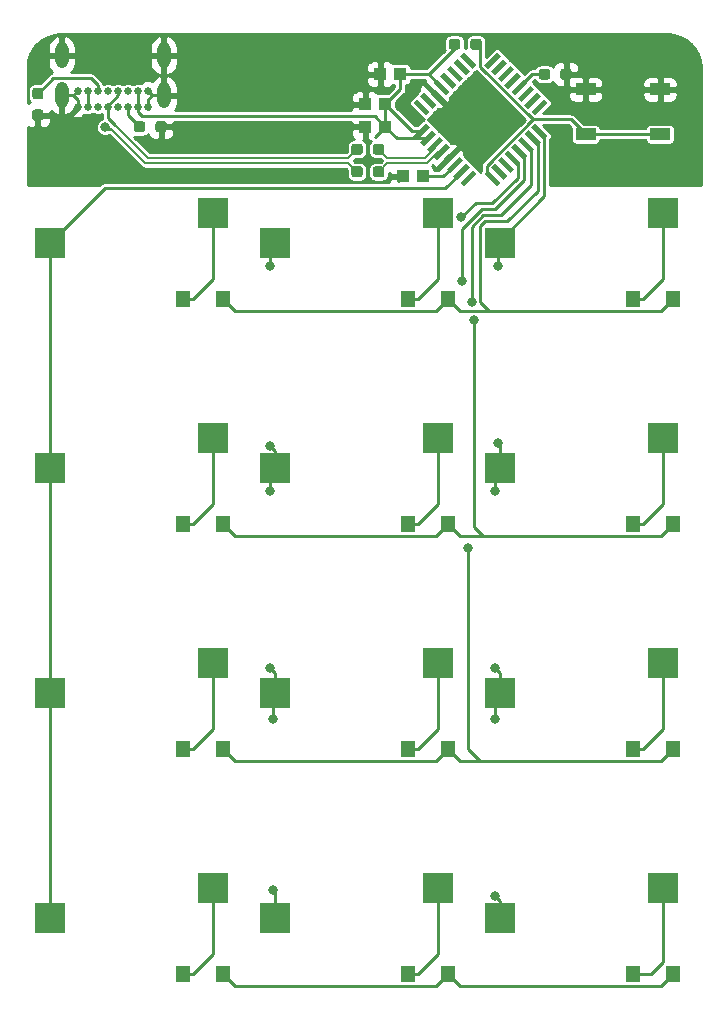
<source format=gbr>
%TF.GenerationSoftware,KiCad,Pcbnew,(5.1.10)-1*%
%TF.CreationDate,2021-10-04T19:32:16-04:00*%
%TF.ProjectId,macropad,6d616372-6f70-4616-942e-6b696361645f,rev?*%
%TF.SameCoordinates,Original*%
%TF.FileFunction,Copper,L2,Bot*%
%TF.FilePolarity,Positive*%
%FSLAX46Y46*%
G04 Gerber Fmt 4.6, Leading zero omitted, Abs format (unit mm)*
G04 Created by KiCad (PCBNEW (5.1.10)-1) date 2021-10-04 19:32:16*
%MOMM*%
%LPD*%
G01*
G04 APERTURE LIST*
%TA.AperFunction,SMDPad,CuDef*%
%ADD10R,1.700000X1.000000*%
%TD*%
%TA.AperFunction,SMDPad,CuDef*%
%ADD11C,0.100000*%
%TD*%
%TA.AperFunction,SMDPad,CuDef*%
%ADD12R,2.550000X2.500000*%
%TD*%
%TA.AperFunction,ComponentPad*%
%ADD13C,0.650000*%
%TD*%
%TA.AperFunction,ComponentPad*%
%ADD14O,1.108000X2.216000*%
%TD*%
%TA.AperFunction,SMDPad,CuDef*%
%ADD15R,1.200000X1.400000*%
%TD*%
%TA.AperFunction,SMDPad,CuDef*%
%ADD16R,1.100000X1.100000*%
%TD*%
%TA.AperFunction,ViaPad*%
%ADD17C,0.800000*%
%TD*%
%TA.AperFunction,Conductor*%
%ADD18C,0.250000*%
%TD*%
%TA.AperFunction,Conductor*%
%ADD19C,0.200000*%
%TD*%
%TA.AperFunction,Conductor*%
%ADD20C,0.254000*%
%TD*%
%TA.AperFunction,Conductor*%
%ADD21C,0.100000*%
%TD*%
G04 APERTURE END LIST*
D10*
%TO.P,SW13,2*%
%TO.N,GND*%
X184760000Y-62235000D03*
X178460000Y-62235000D03*
%TO.P,SW13,1*%
%TO.N,Net-(R5-Pad1)*%
X184760000Y-66035000D03*
X178460000Y-66035000D03*
%TD*%
%TA.AperFunction,SMDPad,CuDef*%
D11*
%TO.P,U1,16*%
%TO.N,Net-(U1-Pad16)*%
G36*
X173840674Y-64115926D02*
G01*
X174901334Y-63055266D01*
X175219532Y-63373464D01*
X174158872Y-64434124D01*
X173840674Y-64115926D01*
G37*
%TD.AperFunction*%
%TA.AperFunction,SMDPad,CuDef*%
%TO.P,U1,15*%
%TO.N,Net-(U1-Pad15)*%
G36*
X173274988Y-63550241D02*
G01*
X174335648Y-62489581D01*
X174653846Y-62807779D01*
X173593186Y-63868439D01*
X173274988Y-63550241D01*
G37*
%TD.AperFunction*%
%TA.AperFunction,SMDPad,CuDef*%
%TO.P,U1,14*%
%TO.N,Net-(U1-Pad14)*%
G36*
X172709303Y-62984555D02*
G01*
X173769963Y-61923895D01*
X174088161Y-62242093D01*
X173027501Y-63302753D01*
X172709303Y-62984555D01*
G37*
%TD.AperFunction*%
%TA.AperFunction,SMDPad,CuDef*%
%TO.P,U1,13*%
%TO.N,Net-(R6-Pad1)*%
G36*
X172143618Y-62418870D02*
G01*
X173204278Y-61358210D01*
X173522476Y-61676408D01*
X172461816Y-62737068D01*
X172143618Y-62418870D01*
G37*
%TD.AperFunction*%
%TA.AperFunction,SMDPad,CuDef*%
%TO.P,U1,12*%
%TO.N,Net-(U1-Pad12)*%
G36*
X171577932Y-61853184D02*
G01*
X172638592Y-60792524D01*
X172956790Y-61110722D01*
X171896130Y-62171382D01*
X171577932Y-61853184D01*
G37*
%TD.AperFunction*%
%TA.AperFunction,SMDPad,CuDef*%
%TO.P,U1,11*%
%TO.N,Net-(U1-Pad11)*%
G36*
X171012247Y-61287499D02*
G01*
X172072907Y-60226839D01*
X172391105Y-60545037D01*
X171330445Y-61605697D01*
X171012247Y-61287499D01*
G37*
%TD.AperFunction*%
%TA.AperFunction,SMDPad,CuDef*%
%TO.P,U1,10*%
%TO.N,Net-(U1-Pad10)*%
G36*
X170446561Y-60721814D02*
G01*
X171507221Y-59661154D01*
X171825419Y-59979352D01*
X170764759Y-61040012D01*
X170446561Y-60721814D01*
G37*
%TD.AperFunction*%
%TA.AperFunction,SMDPad,CuDef*%
%TO.P,U1,9*%
%TO.N,Net-(U1-Pad9)*%
G36*
X169880876Y-60156128D02*
G01*
X170941536Y-59095468D01*
X171259734Y-59413666D01*
X170199074Y-60474326D01*
X169880876Y-60156128D01*
G37*
%TD.AperFunction*%
%TA.AperFunction,SMDPad,CuDef*%
%TO.P,U1,25*%
%TO.N,Net-(U1-Pad25)*%
G36*
X167830266Y-70126334D02*
G01*
X168890926Y-69065674D01*
X169209124Y-69383872D01*
X168148464Y-70444532D01*
X167830266Y-70126334D01*
G37*
%TD.AperFunction*%
%TA.AperFunction,SMDPad,CuDef*%
%TO.P,U1,26*%
%TO.N,/col2*%
G36*
X167264581Y-69560648D02*
G01*
X168325241Y-68499988D01*
X168643439Y-68818186D01*
X167582779Y-69878846D01*
X167264581Y-69560648D01*
G37*
%TD.AperFunction*%
%TA.AperFunction,SMDPad,CuDef*%
%TO.P,U1,27*%
%TO.N,Net-(C1-Pad2)*%
G36*
X166698895Y-68994963D02*
G01*
X167759555Y-67934303D01*
X168077753Y-68252501D01*
X167017093Y-69313161D01*
X166698895Y-68994963D01*
G37*
%TD.AperFunction*%
%TA.AperFunction,SMDPad,CuDef*%
%TO.P,U1,28*%
%TO.N,GND*%
G36*
X166133210Y-68429278D02*
G01*
X167193870Y-67368618D01*
X167512068Y-67686816D01*
X166451408Y-68747476D01*
X166133210Y-68429278D01*
G37*
%TD.AperFunction*%
%TA.AperFunction,SMDPad,CuDef*%
%TO.P,U1,29*%
%TO.N,/D_N*%
G36*
X165567524Y-67863592D02*
G01*
X166628184Y-66802932D01*
X166946382Y-67121130D01*
X165885722Y-68181790D01*
X165567524Y-67863592D01*
G37*
%TD.AperFunction*%
%TA.AperFunction,SMDPad,CuDef*%
%TO.P,U1,30*%
%TO.N,/D_P*%
G36*
X165001839Y-67297907D02*
G01*
X166062499Y-66237247D01*
X166380697Y-66555445D01*
X165320037Y-67616105D01*
X165001839Y-67297907D01*
G37*
%TD.AperFunction*%
%TA.AperFunction,SMDPad,CuDef*%
%TO.P,U1,31*%
%TO.N,VCC*%
G36*
X164436154Y-66732221D02*
G01*
X165496814Y-65671561D01*
X165815012Y-65989759D01*
X164754352Y-67050419D01*
X164436154Y-66732221D01*
G37*
%TD.AperFunction*%
%TA.AperFunction,SMDPad,CuDef*%
%TO.P,U1,32*%
G36*
X163870468Y-66166536D02*
G01*
X164931128Y-65105876D01*
X165249326Y-65424074D01*
X164188666Y-66484734D01*
X163870468Y-66166536D01*
G37*
%TD.AperFunction*%
%TA.AperFunction,SMDPad,CuDef*%
%TO.P,U1,23*%
%TO.N,Net-(U1-Pad23)*%
G36*
X170446561Y-68818186D02*
G01*
X170764759Y-68499988D01*
X171825419Y-69560648D01*
X171507221Y-69878846D01*
X170446561Y-68818186D01*
G37*
%TD.AperFunction*%
%TA.AperFunction,SMDPad,CuDef*%
%TO.P,U1,22*%
%TO.N,Net-(U1-Pad22)*%
G36*
X171012247Y-68252501D02*
G01*
X171330445Y-67934303D01*
X172391105Y-68994963D01*
X172072907Y-69313161D01*
X171012247Y-68252501D01*
G37*
%TD.AperFunction*%
%TA.AperFunction,SMDPad,CuDef*%
%TO.P,U1,21*%
%TO.N,/col1*%
G36*
X171577932Y-67686816D02*
G01*
X171896130Y-67368618D01*
X172956790Y-68429278D01*
X172638592Y-68747476D01*
X171577932Y-67686816D01*
G37*
%TD.AperFunction*%
%TA.AperFunction,SMDPad,CuDef*%
%TO.P,U1,20*%
%TO.N,/row2*%
G36*
X172143618Y-67121130D02*
G01*
X172461816Y-66802932D01*
X173522476Y-67863592D01*
X173204278Y-68181790D01*
X172143618Y-67121130D01*
G37*
%TD.AperFunction*%
%TA.AperFunction,SMDPad,CuDef*%
%TO.P,U1,19*%
%TO.N,/row1*%
G36*
X172709303Y-66555445D02*
G01*
X173027501Y-66237247D01*
X174088161Y-67297907D01*
X173769963Y-67616105D01*
X172709303Y-66555445D01*
G37*
%TD.AperFunction*%
%TA.AperFunction,SMDPad,CuDef*%
%TO.P,U1,18*%
%TO.N,/row0*%
G36*
X173274988Y-65989759D02*
G01*
X173593186Y-65671561D01*
X174653846Y-66732221D01*
X174335648Y-67050419D01*
X173274988Y-65989759D01*
G37*
%TD.AperFunction*%
%TA.AperFunction,SMDPad,CuDef*%
%TO.P,U1,17*%
%TO.N,/col0*%
G36*
X173840674Y-65424074D02*
G01*
X174158872Y-65105876D01*
X175219532Y-66166536D01*
X174901334Y-66484734D01*
X173840674Y-65424074D01*
G37*
%TD.AperFunction*%
%TA.AperFunction,SMDPad,CuDef*%
%TO.P,U1,24*%
%TO.N,Net-(R5-Pad1)*%
G36*
X169880876Y-69383872D02*
G01*
X170199074Y-69065674D01*
X171259734Y-70126334D01*
X170941536Y-70444532D01*
X169880876Y-69383872D01*
G37*
%TD.AperFunction*%
%TA.AperFunction,SMDPad,CuDef*%
%TO.P,U1,1*%
%TO.N,Net-(U1-Pad1)*%
G36*
X163870468Y-63373464D02*
G01*
X164188666Y-63055266D01*
X165249326Y-64115926D01*
X164931128Y-64434124D01*
X163870468Y-63373464D01*
G37*
%TD.AperFunction*%
%TA.AperFunction,SMDPad,CuDef*%
%TO.P,U1,2*%
%TO.N,Net-(U1-Pad2)*%
G36*
X164436154Y-62807779D02*
G01*
X164754352Y-62489581D01*
X165815012Y-63550241D01*
X165496814Y-63868439D01*
X164436154Y-62807779D01*
G37*
%TD.AperFunction*%
%TA.AperFunction,SMDPad,CuDef*%
%TO.P,U1,3*%
%TO.N,GND*%
G36*
X165001839Y-62242093D02*
G01*
X165320037Y-61923895D01*
X166380697Y-62984555D01*
X166062499Y-63302753D01*
X165001839Y-62242093D01*
G37*
%TD.AperFunction*%
%TA.AperFunction,SMDPad,CuDef*%
%TO.P,U1,4*%
%TO.N,VCC*%
G36*
X165567524Y-61676408D02*
G01*
X165885722Y-61358210D01*
X166946382Y-62418870D01*
X166628184Y-62737068D01*
X165567524Y-61676408D01*
G37*
%TD.AperFunction*%
%TA.AperFunction,SMDPad,CuDef*%
%TO.P,U1,5*%
%TO.N,Net-(U1-Pad5)*%
G36*
X166133210Y-61110722D02*
G01*
X166451408Y-60792524D01*
X167512068Y-61853184D01*
X167193870Y-62171382D01*
X166133210Y-61110722D01*
G37*
%TD.AperFunction*%
%TA.AperFunction,SMDPad,CuDef*%
%TO.P,U1,6*%
%TO.N,Net-(U1-Pad6)*%
G36*
X166698895Y-60545037D02*
G01*
X167017093Y-60226839D01*
X168077753Y-61287499D01*
X167759555Y-61605697D01*
X166698895Y-60545037D01*
G37*
%TD.AperFunction*%
%TA.AperFunction,SMDPad,CuDef*%
%TO.P,U1,7*%
%TO.N,Net-(U1-Pad7)*%
G36*
X167264581Y-59979352D02*
G01*
X167582779Y-59661154D01*
X168643439Y-60721814D01*
X168325241Y-61040012D01*
X167264581Y-59979352D01*
G37*
%TD.AperFunction*%
%TA.AperFunction,SMDPad,CuDef*%
%TO.P,U1,8*%
%TO.N,Net-(U1-Pad8)*%
G36*
X167830266Y-59413666D02*
G01*
X168148464Y-59095468D01*
X169209124Y-60156128D01*
X168890926Y-60474326D01*
X167830266Y-59413666D01*
G37*
%TD.AperFunction*%
%TD*%
D12*
%TO.P,SW12,2*%
%TO.N,/col2*%
X133092500Y-132397500D03*
%TO.P,SW12,1*%
%TO.N,Net-(D12-Pad2)*%
X146942500Y-129857500D03*
%TD*%
%TO.P,SW11,2*%
%TO.N,/col1*%
X152142500Y-132397500D03*
%TO.P,SW11,1*%
%TO.N,Net-(D11-Pad2)*%
X165992500Y-129857500D03*
%TD*%
%TO.P,SW10,2*%
%TO.N,/col0*%
X171192500Y-132397500D03*
%TO.P,SW10,1*%
%TO.N,Net-(D10-Pad2)*%
X185042500Y-129857500D03*
%TD*%
%TO.P,SW9,2*%
%TO.N,/col2*%
X133092500Y-113347500D03*
%TO.P,SW9,1*%
%TO.N,Net-(D9-Pad2)*%
X146942500Y-110807500D03*
%TD*%
%TO.P,SW8,2*%
%TO.N,/col1*%
X152142500Y-113347500D03*
%TO.P,SW8,1*%
%TO.N,Net-(D8-Pad2)*%
X165992500Y-110807500D03*
%TD*%
%TO.P,SW7,2*%
%TO.N,/col0*%
X171192500Y-113347500D03*
%TO.P,SW7,1*%
%TO.N,Net-(D7-Pad2)*%
X185042500Y-110807500D03*
%TD*%
%TO.P,SW6,2*%
%TO.N,/col2*%
X133092500Y-94297500D03*
%TO.P,SW6,1*%
%TO.N,Net-(D6-Pad2)*%
X146942500Y-91757500D03*
%TD*%
%TO.P,SW5,2*%
%TO.N,/col1*%
X152142500Y-94297500D03*
%TO.P,SW5,1*%
%TO.N,Net-(D5-Pad2)*%
X165992500Y-91757500D03*
%TD*%
%TO.P,SW4,2*%
%TO.N,/col0*%
X171192500Y-94297500D03*
%TO.P,SW4,1*%
%TO.N,Net-(D4-Pad2)*%
X185042500Y-91757500D03*
%TD*%
%TO.P,SW3,2*%
%TO.N,/col2*%
X133092500Y-75247500D03*
%TO.P,SW3,1*%
%TO.N,Net-(D3-Pad2)*%
X146942500Y-72707500D03*
%TD*%
%TO.P,SW2,2*%
%TO.N,/col1*%
X152142500Y-75247500D03*
%TO.P,SW2,1*%
%TO.N,Net-(D2-Pad2)*%
X165992500Y-72707500D03*
%TD*%
%TO.P,SW1,2*%
%TO.N,/col0*%
X171192500Y-75247500D03*
%TO.P,SW1,1*%
%TO.N,Net-(D1-Pad2)*%
X185042500Y-72707500D03*
%TD*%
%TO.P,R6,2*%
%TO.N,GND*%
%TA.AperFunction,SMDPad,CuDef*%
G36*
G01*
X176320000Y-61197500D02*
X176320000Y-60722500D01*
G75*
G02*
X176557500Y-60485000I237500J0D01*
G01*
X177057500Y-60485000D01*
G75*
G02*
X177295000Y-60722500I0J-237500D01*
G01*
X177295000Y-61197500D01*
G75*
G02*
X177057500Y-61435000I-237500J0D01*
G01*
X176557500Y-61435000D01*
G75*
G02*
X176320000Y-61197500I0J237500D01*
G01*
G37*
%TD.AperFunction*%
%TO.P,R6,1*%
%TO.N,Net-(R6-Pad1)*%
%TA.AperFunction,SMDPad,CuDef*%
G36*
G01*
X174495000Y-61197500D02*
X174495000Y-60722500D01*
G75*
G02*
X174732500Y-60485000I237500J0D01*
G01*
X175232500Y-60485000D01*
G75*
G02*
X175470000Y-60722500I0J-237500D01*
G01*
X175470000Y-61197500D01*
G75*
G02*
X175232500Y-61435000I-237500J0D01*
G01*
X174732500Y-61435000D01*
G75*
G02*
X174495000Y-61197500I0J237500D01*
G01*
G37*
%TD.AperFunction*%
%TD*%
%TO.P,R5,2*%
%TO.N,VCC*%
%TA.AperFunction,SMDPad,CuDef*%
G36*
G01*
X167850000Y-58182500D02*
X167850000Y-58657500D01*
G75*
G02*
X167612500Y-58895000I-237500J0D01*
G01*
X167112500Y-58895000D01*
G75*
G02*
X166875000Y-58657500I0J237500D01*
G01*
X166875000Y-58182500D01*
G75*
G02*
X167112500Y-57945000I237500J0D01*
G01*
X167612500Y-57945000D01*
G75*
G02*
X167850000Y-58182500I0J-237500D01*
G01*
G37*
%TD.AperFunction*%
%TO.P,R5,1*%
%TO.N,Net-(R5-Pad1)*%
%TA.AperFunction,SMDPad,CuDef*%
G36*
G01*
X169675000Y-58182500D02*
X169675000Y-58657500D01*
G75*
G02*
X169437500Y-58895000I-237500J0D01*
G01*
X168937500Y-58895000D01*
G75*
G02*
X168700000Y-58657500I0J237500D01*
G01*
X168700000Y-58182500D01*
G75*
G02*
X168937500Y-57945000I237500J0D01*
G01*
X169437500Y-57945000D01*
G75*
G02*
X169675000Y-58182500I0J-237500D01*
G01*
G37*
%TD.AperFunction*%
%TD*%
%TO.P,R4,2*%
%TO.N,/D_N*%
%TA.AperFunction,SMDPad,CuDef*%
G36*
G01*
X160445000Y-69452500D02*
X160445000Y-68977500D01*
G75*
G02*
X160682500Y-68740000I237500J0D01*
G01*
X161182500Y-68740000D01*
G75*
G02*
X161420000Y-68977500I0J-237500D01*
G01*
X161420000Y-69452500D01*
G75*
G02*
X161182500Y-69690000I-237500J0D01*
G01*
X160682500Y-69690000D01*
G75*
G02*
X160445000Y-69452500I0J237500D01*
G01*
G37*
%TD.AperFunction*%
%TO.P,R4,1*%
%TO.N,/D+*%
%TA.AperFunction,SMDPad,CuDef*%
G36*
G01*
X158620000Y-69452500D02*
X158620000Y-68977500D01*
G75*
G02*
X158857500Y-68740000I237500J0D01*
G01*
X159357500Y-68740000D01*
G75*
G02*
X159595000Y-68977500I0J-237500D01*
G01*
X159595000Y-69452500D01*
G75*
G02*
X159357500Y-69690000I-237500J0D01*
G01*
X158857500Y-69690000D01*
G75*
G02*
X158620000Y-69452500I0J237500D01*
G01*
G37*
%TD.AperFunction*%
%TD*%
%TO.P,R3,2*%
%TO.N,/D_P*%
%TA.AperFunction,SMDPad,CuDef*%
G36*
G01*
X160445000Y-67547500D02*
X160445000Y-67072500D01*
G75*
G02*
X160682500Y-66835000I237500J0D01*
G01*
X161182500Y-66835000D01*
G75*
G02*
X161420000Y-67072500I0J-237500D01*
G01*
X161420000Y-67547500D01*
G75*
G02*
X161182500Y-67785000I-237500J0D01*
G01*
X160682500Y-67785000D01*
G75*
G02*
X160445000Y-67547500I0J237500D01*
G01*
G37*
%TD.AperFunction*%
%TO.P,R3,1*%
%TO.N,/D-*%
%TA.AperFunction,SMDPad,CuDef*%
G36*
G01*
X158620000Y-67547500D02*
X158620000Y-67072500D01*
G75*
G02*
X158857500Y-66835000I237500J0D01*
G01*
X159357500Y-66835000D01*
G75*
G02*
X159595000Y-67072500I0J-237500D01*
G01*
X159595000Y-67547500D01*
G75*
G02*
X159357500Y-67785000I-237500J0D01*
G01*
X158857500Y-67785000D01*
G75*
G02*
X158620000Y-67547500I0J237500D01*
G01*
G37*
%TD.AperFunction*%
%TD*%
%TO.P,R2,2*%
%TO.N,GND*%
%TA.AperFunction,SMDPad,CuDef*%
G36*
G01*
X131842500Y-63925000D02*
X132317500Y-63925000D01*
G75*
G02*
X132555000Y-64162500I0J-237500D01*
G01*
X132555000Y-64662500D01*
G75*
G02*
X132317500Y-64900000I-237500J0D01*
G01*
X131842500Y-64900000D01*
G75*
G02*
X131605000Y-64662500I0J237500D01*
G01*
X131605000Y-64162500D01*
G75*
G02*
X131842500Y-63925000I237500J0D01*
G01*
G37*
%TD.AperFunction*%
%TO.P,R2,1*%
%TO.N,/CC2*%
%TA.AperFunction,SMDPad,CuDef*%
G36*
G01*
X131842500Y-62100000D02*
X132317500Y-62100000D01*
G75*
G02*
X132555000Y-62337500I0J-237500D01*
G01*
X132555000Y-62837500D01*
G75*
G02*
X132317500Y-63075000I-237500J0D01*
G01*
X131842500Y-63075000D01*
G75*
G02*
X131605000Y-62837500I0J237500D01*
G01*
X131605000Y-62337500D01*
G75*
G02*
X131842500Y-62100000I237500J0D01*
G01*
G37*
%TD.AperFunction*%
%TD*%
%TO.P,R1,2*%
%TO.N,GND*%
%TA.AperFunction,SMDPad,CuDef*%
G36*
G01*
X142030000Y-65642500D02*
X142030000Y-65167500D01*
G75*
G02*
X142267500Y-64930000I237500J0D01*
G01*
X142767500Y-64930000D01*
G75*
G02*
X143005000Y-65167500I0J-237500D01*
G01*
X143005000Y-65642500D01*
G75*
G02*
X142767500Y-65880000I-237500J0D01*
G01*
X142267500Y-65880000D01*
G75*
G02*
X142030000Y-65642500I0J237500D01*
G01*
G37*
%TD.AperFunction*%
%TO.P,R1,1*%
%TO.N,/CC1*%
%TA.AperFunction,SMDPad,CuDef*%
G36*
G01*
X140205000Y-65642500D02*
X140205000Y-65167500D01*
G75*
G02*
X140442500Y-64930000I237500J0D01*
G01*
X140942500Y-64930000D01*
G75*
G02*
X141180000Y-65167500I0J-237500D01*
G01*
X141180000Y-65642500D01*
G75*
G02*
X140942500Y-65880000I-237500J0D01*
G01*
X140442500Y-65880000D01*
G75*
G02*
X140205000Y-65642500I0J237500D01*
G01*
G37*
%TD.AperFunction*%
%TD*%
D13*
%TO.P,J1,A1*%
%TO.N,GND*%
X141405000Y-63715000D03*
%TO.P,J1,A4*%
%TO.N,VCC*%
X140555000Y-63715000D03*
%TO.P,J1,A5*%
%TO.N,/CC1*%
X139705000Y-63715000D03*
%TO.P,J1,A6*%
%TO.N,/D+*%
X138855000Y-63715000D03*
%TO.P,J1,A7*%
%TO.N,/D-*%
X138005000Y-63715000D03*
%TO.P,J1,A8*%
%TO.N,Net-(J1-PadA8)*%
X137155000Y-63715000D03*
%TO.P,J1,A9*%
%TO.N,VCC*%
X136305000Y-63715000D03*
%TO.P,J1,A12*%
%TO.N,GND*%
X135455000Y-63715000D03*
%TO.P,J1,B1*%
X135455000Y-62365000D03*
%TO.P,J1,B4*%
%TO.N,VCC*%
X136305000Y-62365000D03*
%TO.P,J1,B5*%
%TO.N,/CC2*%
X137155000Y-62365000D03*
%TO.P,J1,B6*%
%TO.N,/D+*%
X138005000Y-62365000D03*
%TO.P,J1,B7*%
%TO.N,/D-*%
X138855000Y-62365000D03*
%TO.P,J1,B8*%
%TO.N,Net-(J1-PadB8)*%
X139705000Y-62365000D03*
%TO.P,J1,B9*%
%TO.N,VCC*%
X140555000Y-62365000D03*
%TO.P,J1,B12*%
%TO.N,GND*%
X141405000Y-62365000D03*
D14*
%TO.P,J1,P1*%
X142755000Y-62735000D03*
%TO.P,J1,P2*%
X134105000Y-62735000D03*
%TO.P,J1,P3*%
X134105000Y-59355000D03*
%TO.P,J1,P4*%
X142755000Y-59355000D03*
%TD*%
D15*
%TO.P,D12,1*%
%TO.N,/row3*%
X147750000Y-137160000D03*
%TO.P,D12,2*%
%TO.N,Net-(D12-Pad2)*%
X144350000Y-137160000D03*
%TD*%
%TO.P,D11,1*%
%TO.N,/row3*%
X166800000Y-137160000D03*
%TO.P,D11,2*%
%TO.N,Net-(D11-Pad2)*%
X163400000Y-137160000D03*
%TD*%
%TO.P,D10,1*%
%TO.N,/row3*%
X185850000Y-137160000D03*
%TO.P,D10,2*%
%TO.N,Net-(D10-Pad2)*%
X182450000Y-137160000D03*
%TD*%
%TO.P,D9,1*%
%TO.N,/row2*%
X147750000Y-118110000D03*
%TO.P,D9,2*%
%TO.N,Net-(D9-Pad2)*%
X144350000Y-118110000D03*
%TD*%
%TO.P,D8,1*%
%TO.N,/row2*%
X166800000Y-118110000D03*
%TO.P,D8,2*%
%TO.N,Net-(D8-Pad2)*%
X163400000Y-118110000D03*
%TD*%
%TO.P,D7,1*%
%TO.N,/row2*%
X185850000Y-118110000D03*
%TO.P,D7,2*%
%TO.N,Net-(D7-Pad2)*%
X182450000Y-118110000D03*
%TD*%
%TO.P,D6,1*%
%TO.N,/row1*%
X147750000Y-99060000D03*
%TO.P,D6,2*%
%TO.N,Net-(D6-Pad2)*%
X144350000Y-99060000D03*
%TD*%
%TO.P,D5,1*%
%TO.N,/row1*%
X166800000Y-99060000D03*
%TO.P,D5,2*%
%TO.N,Net-(D5-Pad2)*%
X163400000Y-99060000D03*
%TD*%
%TO.P,D4,1*%
%TO.N,/row1*%
X185850000Y-99060000D03*
%TO.P,D4,2*%
%TO.N,Net-(D4-Pad2)*%
X182450000Y-99060000D03*
%TD*%
%TO.P,D3,1*%
%TO.N,/row0*%
X147750000Y-80010000D03*
%TO.P,D3,2*%
%TO.N,Net-(D3-Pad2)*%
X144350000Y-80010000D03*
%TD*%
%TO.P,D2,1*%
%TO.N,/row0*%
X166800000Y-80010000D03*
%TO.P,D2,2*%
%TO.N,Net-(D2-Pad2)*%
X163400000Y-80010000D03*
%TD*%
%TO.P,D1,1*%
%TO.N,/row0*%
X185850000Y-80010000D03*
%TO.P,D1,2*%
%TO.N,Net-(D1-Pad2)*%
X182450000Y-80010000D03*
%TD*%
D16*
%TO.P,C4,1*%
%TO.N,GND*%
X161075000Y-60960000D03*
%TO.P,C4,2*%
%TO.N,VCC*%
X162775000Y-60960000D03*
%TD*%
%TO.P,C3,1*%
%TO.N,GND*%
X159805000Y-65405000D03*
%TO.P,C3,2*%
%TO.N,VCC*%
X161505000Y-65405000D03*
%TD*%
%TO.P,C2,1*%
%TO.N,GND*%
X159805000Y-63500000D03*
%TO.P,C2,2*%
%TO.N,VCC*%
X161505000Y-63500000D03*
%TD*%
%TO.P,C1,1*%
%TO.N,GND*%
X162980000Y-69596000D03*
%TO.P,C1,2*%
%TO.N,Net-(C1-Pad2)*%
X164680000Y-69596000D03*
%TD*%
D17*
%TO.N,/row1*%
X169037000Y-81788000D03*
X168829001Y-80264000D03*
%TO.N,/row2*%
X168519999Y-101101001D03*
X168021000Y-78486000D03*
%TO.N,/D+*%
X137758947Y-65441053D03*
%TO.N,/col0*%
X170815000Y-130556000D03*
X170815000Y-115570000D03*
X170815000Y-111252000D03*
X170815000Y-96266000D03*
X171069000Y-92202000D03*
X171069000Y-77216000D03*
%TO.N,/col1*%
X152019000Y-130048000D03*
X152019000Y-115570000D03*
X151765000Y-111252000D03*
X151765000Y-96266000D03*
X151765000Y-92456000D03*
X151765000Y-77216000D03*
X167950436Y-73081436D03*
%TO.N,GND*%
X168910000Y-63500000D03*
X164465000Y-59055000D03*
X152400000Y-66040000D03*
X152400000Y-62865000D03*
%TD*%
D18*
%TO.N,Net-(C1-Pad2)*%
X166416056Y-69596000D02*
X164680000Y-69596000D01*
X167388324Y-68623732D02*
X166416056Y-69596000D01*
%TO.N,VCC*%
X165169314Y-60960000D02*
X162775000Y-60960000D01*
X166256953Y-62047639D02*
X165169314Y-60960000D01*
X163800305Y-65795305D02*
X161505000Y-63500000D01*
X164559897Y-65795305D02*
X163800305Y-65795305D01*
X162460990Y-66360990D02*
X161505000Y-65405000D01*
X165125583Y-66360990D02*
X162460990Y-66360990D01*
X162775000Y-62230000D02*
X161505000Y-63500000D01*
X162775000Y-60960000D02*
X162775000Y-62230000D01*
X161505000Y-65405000D02*
X161505000Y-63500000D01*
X167362500Y-58766814D02*
X165169314Y-60960000D01*
X167362500Y-58420000D02*
X167362500Y-58766814D01*
X140555000Y-64174619D02*
X140555000Y-63715000D01*
X161505000Y-65405000D02*
X160629999Y-66280001D01*
X160629999Y-64529999D02*
X161505000Y-65405000D01*
X140910380Y-64529999D02*
X160629999Y-64529999D01*
X140555000Y-64174619D02*
X140910380Y-64529999D01*
X140555000Y-63715000D02*
X140555000Y-62365000D01*
X136305000Y-62365000D02*
X136305000Y-63715000D01*
%TO.N,/row0*%
X167825001Y-81035001D02*
X166800000Y-80010000D01*
X185850000Y-80010000D02*
X184824999Y-81035001D01*
X148775001Y-81035001D02*
X147750000Y-80010000D01*
X165774999Y-81035001D02*
X148775001Y-81035001D01*
X166800000Y-80010000D02*
X165774999Y-81035001D01*
X169554001Y-81035001D02*
X167825001Y-81035001D01*
X174413171Y-66809744D02*
X173964417Y-66360990D01*
X171831000Y-73406000D02*
X174413171Y-70823829D01*
X169923998Y-73406000D02*
X171831000Y-73406000D01*
X169554001Y-73775997D02*
X169923998Y-73406000D01*
X174413171Y-70823829D02*
X174413171Y-66809744D01*
X170316001Y-81035001D02*
X169554001Y-80273001D01*
X169554001Y-80273001D02*
X169554001Y-73775997D01*
X184824999Y-81035001D02*
X170316001Y-81035001D01*
X170316001Y-81035001D02*
X169554001Y-81035001D01*
%TO.N,Net-(D1-Pad2)*%
X183350334Y-80010000D02*
X182450000Y-80010000D01*
X185042500Y-78317834D02*
X183350334Y-80010000D01*
X185042500Y-72707500D02*
X185042500Y-78317834D01*
%TO.N,/row1*%
X167825001Y-100085001D02*
X166800000Y-99060000D01*
X185850000Y-99060000D02*
X184824999Y-100085001D01*
X148775001Y-100085001D02*
X147750000Y-99060000D01*
X165774999Y-100085001D02*
X148775001Y-100085001D01*
X166800000Y-99060000D02*
X165774999Y-100085001D01*
X169046001Y-81797001D02*
X169037000Y-81788000D01*
X169046001Y-100085001D02*
X167825001Y-100085001D01*
X168829001Y-73864587D02*
X169795588Y-72898000D01*
X168829001Y-80264000D02*
X168829001Y-73864587D01*
X169795588Y-72898000D02*
X171323000Y-72898000D01*
X173847486Y-67375430D02*
X173398732Y-66926676D01*
X173847486Y-70373514D02*
X173847486Y-67375430D01*
X171323000Y-72898000D02*
X173847486Y-70373514D01*
X169789999Y-100066999D02*
X169046001Y-99323001D01*
X169046001Y-99323001D02*
X169046001Y-81797001D01*
X169789999Y-100085001D02*
X169789999Y-100066999D01*
X184824999Y-100085001D02*
X169789999Y-100085001D01*
X169789999Y-100085001D02*
X169046001Y-100085001D01*
%TO.N,Net-(D2-Pad2)*%
X164300334Y-80010000D02*
X163400000Y-80010000D01*
X165992500Y-78317834D02*
X164300334Y-80010000D01*
X165992500Y-72707500D02*
X165992500Y-78317834D01*
%TO.N,/row2*%
X167825001Y-119135001D02*
X166800000Y-118110000D01*
X185850000Y-118110000D02*
X184824999Y-119135001D01*
X165774999Y-119135001D02*
X148775001Y-119135001D01*
X148775001Y-119135001D02*
X147750000Y-118110000D01*
X166800000Y-118110000D02*
X165774999Y-119135001D01*
X168519999Y-119135001D02*
X167825001Y-119135001D01*
X168021000Y-74036178D02*
X169667178Y-72390000D01*
X168021000Y-78486000D02*
X168021000Y-74036178D01*
X169667178Y-72390000D02*
X170815000Y-72390000D01*
X173281800Y-67941114D02*
X172833047Y-67492361D01*
X173281800Y-69923200D02*
X173281800Y-67941114D01*
X170815000Y-72390000D02*
X173281800Y-69923200D01*
X169535999Y-119135001D02*
X168519999Y-118119001D01*
X169554001Y-119135001D02*
X169535999Y-119135001D01*
X168519999Y-118119001D02*
X168519999Y-101101001D01*
X184824999Y-119135001D02*
X169554001Y-119135001D01*
X169554001Y-119135001D02*
X168519999Y-119135001D01*
%TO.N,Net-(D3-Pad2)*%
X145250334Y-80010000D02*
X144350000Y-80010000D01*
X146942500Y-78317834D02*
X145250334Y-80010000D01*
X146942500Y-72707500D02*
X146942500Y-78317834D01*
%TO.N,/row3*%
X167825001Y-138185001D02*
X166800000Y-137160000D01*
X184824999Y-138185001D02*
X167825001Y-138185001D01*
X185850000Y-137160000D02*
X184824999Y-138185001D01*
X148775001Y-138185001D02*
X147750000Y-137160000D01*
X165774999Y-138185001D02*
X148775001Y-138185001D01*
X166800000Y-137160000D02*
X165774999Y-138185001D01*
%TO.N,Net-(D4-Pad2)*%
X183350334Y-99060000D02*
X182450000Y-99060000D01*
X185042500Y-97367834D02*
X183350334Y-99060000D01*
X185042500Y-91757500D02*
X185042500Y-97367834D01*
%TO.N,Net-(D5-Pad2)*%
X164300334Y-99060000D02*
X163400000Y-99060000D01*
X165992500Y-97367834D02*
X164300334Y-99060000D01*
X165992500Y-91757500D02*
X165992500Y-97367834D01*
%TO.N,Net-(D7-Pad2)*%
X183350334Y-118110000D02*
X182450000Y-118110000D01*
X185042500Y-116417834D02*
X183350334Y-118110000D01*
X185042500Y-110807500D02*
X185042500Y-116417834D01*
%TO.N,Net-(D8-Pad2)*%
X164300334Y-118110000D02*
X163400000Y-118110000D01*
X165992500Y-116417834D02*
X164300334Y-118110000D01*
X165992500Y-110807500D02*
X165992500Y-116417834D01*
%TO.N,Net-(D9-Pad2)*%
X145250334Y-118110000D02*
X144350000Y-118110000D01*
X146942500Y-116417834D02*
X145250334Y-118110000D01*
X146942500Y-110807500D02*
X146942500Y-116417834D01*
%TO.N,Net-(D10-Pad2)*%
X184017499Y-137160000D02*
X182450000Y-137160000D01*
X185042500Y-136134999D02*
X184017499Y-137160000D01*
X185042500Y-129857500D02*
X185042500Y-136134999D01*
%TO.N,Net-(D11-Pad2)*%
X164300334Y-137160000D02*
X163400000Y-137160000D01*
X165992500Y-135467834D02*
X164300334Y-137160000D01*
X165992500Y-129857500D02*
X165992500Y-135467834D01*
D19*
%TO.N,/D+*%
X159107500Y-69215000D02*
X158380000Y-68487500D01*
X158380000Y-68487500D02*
X141194300Y-68487500D01*
X141194300Y-68487500D02*
X138270900Y-65564100D01*
D18*
X137881994Y-65564100D02*
X137758947Y-65441053D01*
X138270900Y-65564100D02*
X137881994Y-65564100D01*
D19*
%TO.N,/D-*%
X159107500Y-67310000D02*
X158380000Y-68037500D01*
X158380000Y-68037500D02*
X141380700Y-68037500D01*
X141380700Y-68037500D02*
X138589100Y-65245900D01*
D18*
X138005000Y-64661800D02*
X138005000Y-63715000D01*
X138589100Y-65245900D02*
X138005000Y-64661800D01*
X138855000Y-62752998D02*
X138855000Y-62365000D01*
X138005000Y-63602998D02*
X138855000Y-62752998D01*
X138005000Y-63715000D02*
X138005000Y-63602998D01*
%TO.N,Net-(R5-Pad1)*%
X174024246Y-64780866D02*
X177205866Y-64780866D01*
X170121551Y-68683561D02*
X174024246Y-64780866D01*
X177205866Y-64780866D02*
X178460000Y-66035000D01*
X170121551Y-69306349D02*
X170121551Y-68683561D01*
X170570305Y-69755103D02*
X170121551Y-69306349D01*
X178460000Y-66035000D02*
X184760000Y-66035000D01*
X169534134Y-58766634D02*
X169534134Y-60314134D01*
X169187500Y-58420000D02*
X169534134Y-58766634D01*
X174000866Y-64780866D02*
X174024246Y-64780866D01*
X169534134Y-60314134D02*
X174000866Y-64780866D01*
%TO.N,Net-(R6-Pad1)*%
X173920686Y-60960000D02*
X172833047Y-62047639D01*
X174982500Y-60960000D02*
X173920686Y-60960000D01*
%TO.N,/col0*%
X171192500Y-130933500D02*
X170815000Y-130556000D01*
X171192500Y-132397500D02*
X171192500Y-130933500D01*
X170815000Y-113725000D02*
X171192500Y-113347500D01*
X170815000Y-115570000D02*
X170815000Y-113725000D01*
X171192500Y-111629500D02*
X170815000Y-111252000D01*
X171192500Y-113347500D02*
X171192500Y-111629500D01*
X170815000Y-94675000D02*
X171192500Y-94297500D01*
X170815000Y-96266000D02*
X170815000Y-94675000D01*
X171192500Y-92325500D02*
X171069000Y-92202000D01*
X171192500Y-94297500D02*
X171192500Y-92325500D01*
X171069000Y-75371000D02*
X171192500Y-75247500D01*
X171069000Y-77216000D02*
X171069000Y-75371000D01*
X171192500Y-75247500D02*
X171192500Y-75060500D01*
X174978856Y-66244058D02*
X174530103Y-65795305D01*
X174978856Y-71274144D02*
X174978856Y-66244058D01*
X171192500Y-75060500D02*
X174978856Y-71274144D01*
%TO.N,/col1*%
X152142500Y-130171500D02*
X152019000Y-130048000D01*
X152142500Y-132397500D02*
X152142500Y-130171500D01*
X152019000Y-113471000D02*
X152142500Y-113347500D01*
X152019000Y-115570000D02*
X152019000Y-113471000D01*
X152142500Y-111629500D02*
X151765000Y-111252000D01*
X152142500Y-113347500D02*
X152142500Y-111629500D01*
X151765000Y-94675000D02*
X152142500Y-94297500D01*
X151765000Y-96266000D02*
X151765000Y-94675000D01*
X152142500Y-92833500D02*
X151765000Y-92456000D01*
X152142500Y-94297500D02*
X152142500Y-92833500D01*
X151765000Y-75625000D02*
X152142500Y-75247500D01*
X151765000Y-77216000D02*
X151765000Y-75625000D01*
X167950436Y-73081436D02*
X169149872Y-71882000D01*
X172716115Y-68506801D02*
X172267361Y-68058047D01*
X172716115Y-69726885D02*
X172716115Y-68506801D01*
X170561000Y-71882000D02*
X172716115Y-69726885D01*
X169149872Y-71882000D02*
X170561000Y-71882000D01*
%TO.N,/col2*%
X133092500Y-132397500D02*
X133092500Y-113347500D01*
X133092500Y-113347500D02*
X133092500Y-94297500D01*
X133092500Y-94297500D02*
X133092500Y-75247500D01*
X166531427Y-70612000D02*
X167954010Y-69189417D01*
X137728000Y-70612000D02*
X166531427Y-70612000D01*
X133092500Y-75247500D02*
X137728000Y-70612000D01*
%TO.N,GND*%
X141775000Y-62735000D02*
X141405000Y-62365000D01*
X142755000Y-62735000D02*
X141775000Y-62735000D01*
X141405000Y-63105000D02*
X141775000Y-62735000D01*
X141405000Y-63715000D02*
X141405000Y-63105000D01*
X135085000Y-62735000D02*
X135455000Y-62365000D01*
X134105000Y-62735000D02*
X135085000Y-62735000D01*
X135455000Y-63105000D02*
X135085000Y-62735000D01*
X135455000Y-63715000D02*
X135455000Y-63105000D01*
X162980000Y-69596000D02*
X162560990Y-70015010D01*
X158280010Y-70015010D02*
X158115000Y-69850000D01*
D19*
%TO.N,/D_N*%
X161660000Y-68487500D02*
X160932500Y-69215000D01*
X166256953Y-67492361D02*
X166009467Y-67492361D01*
X165014328Y-68487500D02*
X161660000Y-68487500D01*
X166009467Y-67492361D02*
X165014328Y-68487500D01*
%TO.N,/D_P*%
X161660000Y-68037500D02*
X160932500Y-67310000D01*
X164827930Y-68037500D02*
X161660000Y-68037500D01*
X165691268Y-67174162D02*
X164827930Y-68037500D01*
X165691268Y-66926676D02*
X165691268Y-67174162D01*
D18*
%TO.N,/CC1*%
X139705000Y-64417500D02*
X139705000Y-63715000D01*
X140692500Y-65405000D02*
X139705000Y-64417500D01*
%TO.N,/CC2*%
X133365510Y-61301990D02*
X132080000Y-62587500D01*
X136551609Y-61301990D02*
X133365510Y-61301990D01*
X137155000Y-61905381D02*
X136551609Y-61301990D01*
X137155000Y-62365000D02*
X137155000Y-61905381D01*
%TO.N,Net-(D6-Pad2)*%
X145250334Y-99060000D02*
X144350000Y-99060000D01*
X146942500Y-97367834D02*
X145250334Y-99060000D01*
X146942500Y-91757500D02*
X146942500Y-97367834D01*
%TO.N,Net-(D12-Pad2)*%
X145250334Y-137160000D02*
X144350000Y-137160000D01*
X146942500Y-135467834D02*
X145250334Y-137160000D01*
X146942500Y-129857500D02*
X146942500Y-135467834D01*
%TD*%
D20*
%TO.N,GND*%
X185957454Y-57610644D02*
X186474440Y-57766732D01*
X186951262Y-58020262D01*
X187369760Y-58361581D01*
X187713992Y-58777686D01*
X187970845Y-59252724D01*
X188130536Y-59768605D01*
X188188996Y-60324813D01*
X188189000Y-60325834D01*
X188189000Y-70358000D01*
X175484856Y-70358000D01*
X175484856Y-66442634D01*
X175490243Y-66437247D01*
X175537854Y-66379232D01*
X175573233Y-66313044D01*
X175595019Y-66241225D01*
X175602375Y-66166536D01*
X175595019Y-66091847D01*
X175573233Y-66020028D01*
X175537854Y-65953840D01*
X175490243Y-65895825D01*
X174881284Y-65286866D01*
X176996275Y-65286866D01*
X177228704Y-65519295D01*
X177227157Y-65535000D01*
X177227157Y-66535000D01*
X177234513Y-66609689D01*
X177256299Y-66681508D01*
X177291678Y-66747696D01*
X177339289Y-66805711D01*
X177397304Y-66853322D01*
X177463492Y-66888701D01*
X177535311Y-66910487D01*
X177610000Y-66917843D01*
X179310000Y-66917843D01*
X179384689Y-66910487D01*
X179456508Y-66888701D01*
X179522696Y-66853322D01*
X179580711Y-66805711D01*
X179628322Y-66747696D01*
X179663701Y-66681508D01*
X179685487Y-66609689D01*
X179692252Y-66541000D01*
X183527748Y-66541000D01*
X183534513Y-66609689D01*
X183556299Y-66681508D01*
X183591678Y-66747696D01*
X183639289Y-66805711D01*
X183697304Y-66853322D01*
X183763492Y-66888701D01*
X183835311Y-66910487D01*
X183910000Y-66917843D01*
X185610000Y-66917843D01*
X185684689Y-66910487D01*
X185756508Y-66888701D01*
X185822696Y-66853322D01*
X185880711Y-66805711D01*
X185928322Y-66747696D01*
X185963701Y-66681508D01*
X185985487Y-66609689D01*
X185992843Y-66535000D01*
X185992843Y-65535000D01*
X185985487Y-65460311D01*
X185963701Y-65388492D01*
X185928322Y-65322304D01*
X185880711Y-65264289D01*
X185822696Y-65216678D01*
X185756508Y-65181299D01*
X185684689Y-65159513D01*
X185610000Y-65152157D01*
X183910000Y-65152157D01*
X183835311Y-65159513D01*
X183763492Y-65181299D01*
X183697304Y-65216678D01*
X183639289Y-65264289D01*
X183591678Y-65322304D01*
X183556299Y-65388492D01*
X183534513Y-65460311D01*
X183527748Y-65529000D01*
X179692252Y-65529000D01*
X179685487Y-65460311D01*
X179663701Y-65388492D01*
X179628322Y-65322304D01*
X179580711Y-65264289D01*
X179522696Y-65216678D01*
X179456508Y-65181299D01*
X179384689Y-65159513D01*
X179310000Y-65152157D01*
X178292749Y-65152157D01*
X177581242Y-64440651D01*
X177565393Y-64421339D01*
X177488345Y-64358107D01*
X177400441Y-64311121D01*
X177305059Y-64282188D01*
X177230720Y-64274866D01*
X177230712Y-64274866D01*
X177205866Y-64272419D01*
X177181020Y-64274866D01*
X174859552Y-64274866D01*
X175490243Y-63644175D01*
X175537854Y-63586160D01*
X175573233Y-63519972D01*
X175595019Y-63448153D01*
X175602375Y-63373464D01*
X175595019Y-63298775D01*
X175573233Y-63226956D01*
X175537854Y-63160768D01*
X175490243Y-63102753D01*
X175172045Y-62784555D01*
X175114030Y-62736944D01*
X175110394Y-62735000D01*
X176971928Y-62735000D01*
X176984188Y-62859482D01*
X177020498Y-62979180D01*
X177079463Y-63089494D01*
X177158815Y-63186185D01*
X177255506Y-63265537D01*
X177365820Y-63324502D01*
X177485518Y-63360812D01*
X177610000Y-63373072D01*
X178174250Y-63370000D01*
X178333000Y-63211250D01*
X178333000Y-62362000D01*
X178587000Y-62362000D01*
X178587000Y-63211250D01*
X178745750Y-63370000D01*
X179310000Y-63373072D01*
X179434482Y-63360812D01*
X179554180Y-63324502D01*
X179664494Y-63265537D01*
X179761185Y-63186185D01*
X179840537Y-63089494D01*
X179899502Y-62979180D01*
X179935812Y-62859482D01*
X179948072Y-62735000D01*
X183271928Y-62735000D01*
X183284188Y-62859482D01*
X183320498Y-62979180D01*
X183379463Y-63089494D01*
X183458815Y-63186185D01*
X183555506Y-63265537D01*
X183665820Y-63324502D01*
X183785518Y-63360812D01*
X183910000Y-63373072D01*
X184474250Y-63370000D01*
X184633000Y-63211250D01*
X184633000Y-62362000D01*
X184887000Y-62362000D01*
X184887000Y-63211250D01*
X185045750Y-63370000D01*
X185610000Y-63373072D01*
X185734482Y-63360812D01*
X185854180Y-63324502D01*
X185964494Y-63265537D01*
X186061185Y-63186185D01*
X186140537Y-63089494D01*
X186199502Y-62979180D01*
X186235812Y-62859482D01*
X186248072Y-62735000D01*
X186245000Y-62520750D01*
X186086250Y-62362000D01*
X184887000Y-62362000D01*
X184633000Y-62362000D01*
X183433750Y-62362000D01*
X183275000Y-62520750D01*
X183271928Y-62735000D01*
X179948072Y-62735000D01*
X179945000Y-62520750D01*
X179786250Y-62362000D01*
X178587000Y-62362000D01*
X178333000Y-62362000D01*
X177133750Y-62362000D01*
X176975000Y-62520750D01*
X176971928Y-62735000D01*
X175110394Y-62735000D01*
X175047842Y-62701565D01*
X175016925Y-62692186D01*
X175007547Y-62661271D01*
X174972168Y-62595083D01*
X174924557Y-62537068D01*
X174606359Y-62218870D01*
X174548344Y-62171259D01*
X174482156Y-62135880D01*
X174451241Y-62126502D01*
X174441862Y-62095585D01*
X174406483Y-62029397D01*
X174358872Y-61971382D01*
X174040674Y-61653184D01*
X173987078Y-61609200D01*
X174130278Y-61466000D01*
X174176004Y-61466000D01*
X174216704Y-61542144D01*
X174293851Y-61636149D01*
X174387856Y-61713296D01*
X174495105Y-61770622D01*
X174611477Y-61805923D01*
X174732500Y-61817843D01*
X175232500Y-61817843D01*
X175353523Y-61805923D01*
X175469895Y-61770622D01*
X175577144Y-61713296D01*
X175671149Y-61636149D01*
X175704951Y-61594961D01*
X175730498Y-61679180D01*
X175789463Y-61789494D01*
X175868815Y-61886185D01*
X175965506Y-61965537D01*
X176075820Y-62024502D01*
X176195518Y-62060812D01*
X176320000Y-62073072D01*
X176521750Y-62070000D01*
X176680500Y-61911250D01*
X176680500Y-61087000D01*
X176934500Y-61087000D01*
X176934500Y-61911250D01*
X177093250Y-62070000D01*
X177095789Y-62070039D01*
X177133750Y-62108000D01*
X178333000Y-62108000D01*
X178333000Y-61258750D01*
X178587000Y-61258750D01*
X178587000Y-62108000D01*
X179786250Y-62108000D01*
X179945000Y-61949250D01*
X179948072Y-61735000D01*
X183271928Y-61735000D01*
X183275000Y-61949250D01*
X183433750Y-62108000D01*
X184633000Y-62108000D01*
X184633000Y-61258750D01*
X184887000Y-61258750D01*
X184887000Y-62108000D01*
X186086250Y-62108000D01*
X186245000Y-61949250D01*
X186248072Y-61735000D01*
X186235812Y-61610518D01*
X186199502Y-61490820D01*
X186140537Y-61380506D01*
X186061185Y-61283815D01*
X185964494Y-61204463D01*
X185854180Y-61145498D01*
X185734482Y-61109188D01*
X185610000Y-61096928D01*
X185045750Y-61100000D01*
X184887000Y-61258750D01*
X184633000Y-61258750D01*
X184474250Y-61100000D01*
X183910000Y-61096928D01*
X183785518Y-61109188D01*
X183665820Y-61145498D01*
X183555506Y-61204463D01*
X183458815Y-61283815D01*
X183379463Y-61380506D01*
X183320498Y-61490820D01*
X183284188Y-61610518D01*
X183271928Y-61735000D01*
X179948072Y-61735000D01*
X179935812Y-61610518D01*
X179899502Y-61490820D01*
X179840537Y-61380506D01*
X179761185Y-61283815D01*
X179664494Y-61204463D01*
X179554180Y-61145498D01*
X179434482Y-61109188D01*
X179310000Y-61096928D01*
X178745750Y-61100000D01*
X178587000Y-61258750D01*
X178333000Y-61258750D01*
X178174250Y-61100000D01*
X177782115Y-61097865D01*
X177771250Y-61087000D01*
X176934500Y-61087000D01*
X176680500Y-61087000D01*
X176660500Y-61087000D01*
X176660500Y-60833000D01*
X176680500Y-60833000D01*
X176680500Y-60008750D01*
X176934500Y-60008750D01*
X176934500Y-60833000D01*
X177771250Y-60833000D01*
X177930000Y-60674250D01*
X177933072Y-60485000D01*
X177920812Y-60360518D01*
X177884502Y-60240820D01*
X177825537Y-60130506D01*
X177746185Y-60033815D01*
X177649494Y-59954463D01*
X177539180Y-59895498D01*
X177419482Y-59859188D01*
X177295000Y-59846928D01*
X177093250Y-59850000D01*
X176934500Y-60008750D01*
X176680500Y-60008750D01*
X176521750Y-59850000D01*
X176320000Y-59846928D01*
X176195518Y-59859188D01*
X176075820Y-59895498D01*
X175965506Y-59954463D01*
X175868815Y-60033815D01*
X175789463Y-60130506D01*
X175730498Y-60240820D01*
X175704951Y-60325039D01*
X175671149Y-60283851D01*
X175577144Y-60206704D01*
X175469895Y-60149378D01*
X175353523Y-60114077D01*
X175232500Y-60102157D01*
X174732500Y-60102157D01*
X174611477Y-60114077D01*
X174495105Y-60149378D01*
X174387856Y-60206704D01*
X174293851Y-60283851D01*
X174216704Y-60377856D01*
X174176004Y-60454000D01*
X173945540Y-60454000D01*
X173920686Y-60451552D01*
X173895832Y-60454000D01*
X173821493Y-60461322D01*
X173726111Y-60490255D01*
X173638207Y-60537241D01*
X173561159Y-60600473D01*
X173545315Y-60619779D01*
X173271486Y-60893608D01*
X173227501Y-60840011D01*
X172909303Y-60521813D01*
X172851288Y-60474202D01*
X172785100Y-60438823D01*
X172754184Y-60429445D01*
X172744806Y-60398529D01*
X172709427Y-60332341D01*
X172661816Y-60274326D01*
X172343618Y-59956128D01*
X172285603Y-59908517D01*
X172219415Y-59873138D01*
X172188498Y-59863759D01*
X172179120Y-59832844D01*
X172143741Y-59766656D01*
X172096130Y-59708641D01*
X171777932Y-59390443D01*
X171719917Y-59342832D01*
X171653729Y-59307453D01*
X171622814Y-59298075D01*
X171613435Y-59267158D01*
X171578056Y-59200970D01*
X171530445Y-59142955D01*
X171212247Y-58824757D01*
X171154232Y-58777146D01*
X171088044Y-58741767D01*
X171016225Y-58719981D01*
X170941536Y-58712625D01*
X170866847Y-58719981D01*
X170795028Y-58741767D01*
X170728840Y-58777146D01*
X170670825Y-58824757D01*
X170040134Y-59455448D01*
X170040134Y-58797607D01*
X170045923Y-58778523D01*
X170057843Y-58657500D01*
X170057843Y-58182500D01*
X170045923Y-58061477D01*
X170010622Y-57945105D01*
X169953296Y-57837856D01*
X169876149Y-57743851D01*
X169782144Y-57666704D01*
X169674895Y-57609378D01*
X169558523Y-57574077D01*
X169437500Y-57562157D01*
X168937500Y-57562157D01*
X168816477Y-57574077D01*
X168700105Y-57609378D01*
X168592856Y-57666704D01*
X168498851Y-57743851D01*
X168421704Y-57837856D01*
X168364378Y-57945105D01*
X168329077Y-58061477D01*
X168317157Y-58182500D01*
X168317157Y-58657500D01*
X168327151Y-58758967D01*
X168294972Y-58741767D01*
X168226586Y-58721023D01*
X168232843Y-58657500D01*
X168232843Y-58182500D01*
X168220923Y-58061477D01*
X168185622Y-57945105D01*
X168128296Y-57837856D01*
X168051149Y-57743851D01*
X167957144Y-57666704D01*
X167849895Y-57609378D01*
X167733523Y-57574077D01*
X167612500Y-57562157D01*
X167112500Y-57562157D01*
X166991477Y-57574077D01*
X166875105Y-57609378D01*
X166767856Y-57666704D01*
X166673851Y-57743851D01*
X166596704Y-57837856D01*
X166539378Y-57945105D01*
X166504077Y-58061477D01*
X166492157Y-58182500D01*
X166492157Y-58657500D01*
X166504077Y-58778523D01*
X166534595Y-58879127D01*
X164959723Y-60454000D01*
X163707843Y-60454000D01*
X163707843Y-60410000D01*
X163700487Y-60335311D01*
X163678701Y-60263492D01*
X163643322Y-60197304D01*
X163595711Y-60139289D01*
X163537696Y-60091678D01*
X163471508Y-60056299D01*
X163399689Y-60034513D01*
X163325000Y-60027157D01*
X162225000Y-60027157D01*
X162150311Y-60034513D01*
X162140701Y-60037428D01*
X162076185Y-59958815D01*
X161979494Y-59879463D01*
X161869180Y-59820498D01*
X161749482Y-59784188D01*
X161625000Y-59771928D01*
X161360750Y-59775000D01*
X161202000Y-59933750D01*
X161202000Y-60833000D01*
X161222000Y-60833000D01*
X161222000Y-61087000D01*
X161202000Y-61087000D01*
X161202000Y-61986250D01*
X161360750Y-62145000D01*
X161625000Y-62148072D01*
X161749482Y-62135812D01*
X161869180Y-62099502D01*
X161979494Y-62040537D01*
X162076185Y-61961185D01*
X162140701Y-61882572D01*
X162150311Y-61885487D01*
X162225000Y-61892843D01*
X162269001Y-61892843D01*
X162269001Y-62020407D01*
X161722252Y-62567157D01*
X160955000Y-62567157D01*
X160880311Y-62574513D01*
X160870701Y-62577428D01*
X160806185Y-62498815D01*
X160709494Y-62419463D01*
X160599180Y-62360498D01*
X160479482Y-62324188D01*
X160355000Y-62311928D01*
X160090750Y-62315000D01*
X159932000Y-62473750D01*
X159932000Y-63373000D01*
X159952000Y-63373000D01*
X159952000Y-63627000D01*
X159932000Y-63627000D01*
X159932000Y-63647000D01*
X159678000Y-63647000D01*
X159678000Y-63627000D01*
X158778750Y-63627000D01*
X158620000Y-63785750D01*
X158617230Y-64023999D01*
X143694260Y-64023999D01*
X143804892Y-63861343D01*
X143896377Y-63645522D01*
X143944000Y-63416000D01*
X143944000Y-62950000D01*
X158616928Y-62950000D01*
X158620000Y-63214250D01*
X158778750Y-63373000D01*
X159678000Y-63373000D01*
X159678000Y-62473750D01*
X159519250Y-62315000D01*
X159255000Y-62311928D01*
X159130518Y-62324188D01*
X159010820Y-62360498D01*
X158900506Y-62419463D01*
X158803815Y-62498815D01*
X158724463Y-62595506D01*
X158665498Y-62705820D01*
X158629188Y-62825518D01*
X158616928Y-62950000D01*
X143944000Y-62950000D01*
X143944000Y-62862000D01*
X142882000Y-62862000D01*
X142882000Y-62882000D01*
X142628000Y-62882000D01*
X142628000Y-62862000D01*
X142608000Y-62862000D01*
X142608000Y-62608000D01*
X142628000Y-62608000D01*
X142628000Y-61158608D01*
X142461849Y-61045000D01*
X142628000Y-60931392D01*
X142628000Y-59482000D01*
X142882000Y-59482000D01*
X142882000Y-60931392D01*
X143048151Y-61045000D01*
X142882000Y-61158608D01*
X142882000Y-62608000D01*
X143944000Y-62608000D01*
X143944000Y-62054000D01*
X143896377Y-61824478D01*
X143804892Y-61608657D01*
X143737790Y-61510000D01*
X159886928Y-61510000D01*
X159899188Y-61634482D01*
X159935498Y-61754180D01*
X159994463Y-61864494D01*
X160073815Y-61961185D01*
X160170506Y-62040537D01*
X160280820Y-62099502D01*
X160400518Y-62135812D01*
X160525000Y-62148072D01*
X160789250Y-62145000D01*
X160948000Y-61986250D01*
X160948000Y-61087000D01*
X160048750Y-61087000D01*
X159890000Y-61245750D01*
X159886928Y-61510000D01*
X143737790Y-61510000D01*
X143673060Y-61414831D01*
X143505948Y-61250448D01*
X143309977Y-61121826D01*
X143120096Y-61045000D01*
X143309977Y-60968174D01*
X143505948Y-60839552D01*
X143673060Y-60675169D01*
X143804892Y-60481343D01*
X143835133Y-60410000D01*
X159886928Y-60410000D01*
X159890000Y-60674250D01*
X160048750Y-60833000D01*
X160948000Y-60833000D01*
X160948000Y-59933750D01*
X160789250Y-59775000D01*
X160525000Y-59771928D01*
X160400518Y-59784188D01*
X160280820Y-59820498D01*
X160170506Y-59879463D01*
X160073815Y-59958815D01*
X159994463Y-60055506D01*
X159935498Y-60165820D01*
X159899188Y-60285518D01*
X159886928Y-60410000D01*
X143835133Y-60410000D01*
X143896377Y-60265522D01*
X143944000Y-60036000D01*
X143944000Y-59482000D01*
X142882000Y-59482000D01*
X142628000Y-59482000D01*
X141566000Y-59482000D01*
X141566000Y-60036000D01*
X141613623Y-60265522D01*
X141705108Y-60481343D01*
X141836940Y-60675169D01*
X142004052Y-60839552D01*
X142200023Y-60968174D01*
X142389904Y-61045000D01*
X142200023Y-61121826D01*
X142004052Y-61250448D01*
X141836940Y-61414831D01*
X141789139Y-61485110D01*
X141690008Y-61443419D01*
X141504740Y-61405525D01*
X141315639Y-61404503D01*
X141129972Y-61440392D01*
X140954874Y-61511813D01*
X140945677Y-61516730D01*
X140932069Y-61712461D01*
X140813131Y-61593523D01*
X140727227Y-61679427D01*
X140624535Y-61659000D01*
X140485465Y-61659000D01*
X140349067Y-61686131D01*
X140220584Y-61739351D01*
X140130000Y-61799877D01*
X140039416Y-61739351D01*
X139910933Y-61686131D01*
X139774535Y-61659000D01*
X139635465Y-61659000D01*
X139499067Y-61686131D01*
X139370584Y-61739351D01*
X139280000Y-61799877D01*
X139189416Y-61739351D01*
X139060933Y-61686131D01*
X138924535Y-61659000D01*
X138785465Y-61659000D01*
X138649067Y-61686131D01*
X138520584Y-61739351D01*
X138430000Y-61799877D01*
X138339416Y-61739351D01*
X138210933Y-61686131D01*
X138074535Y-61659000D01*
X137935465Y-61659000D01*
X137799067Y-61686131D01*
X137670584Y-61739351D01*
X137639670Y-61760007D01*
X137624745Y-61710806D01*
X137622934Y-61707418D01*
X137577759Y-61622902D01*
X137514527Y-61545854D01*
X137495220Y-61530009D01*
X136926985Y-60961775D01*
X136911136Y-60942463D01*
X136834088Y-60879231D01*
X136746184Y-60832245D01*
X136650802Y-60803312D01*
X136576463Y-60795990D01*
X136576455Y-60795990D01*
X136551609Y-60793543D01*
X136526763Y-60795990D01*
X134900233Y-60795990D01*
X135023060Y-60675169D01*
X135154892Y-60481343D01*
X135246377Y-60265522D01*
X135294000Y-60036000D01*
X135294000Y-59482000D01*
X134232000Y-59482000D01*
X134232000Y-59502000D01*
X133978000Y-59502000D01*
X133978000Y-59482000D01*
X132916000Y-59482000D01*
X132916000Y-60036000D01*
X132963623Y-60265522D01*
X133055108Y-60481343D01*
X133186940Y-60675169D01*
X133312578Y-60798756D01*
X133266317Y-60803312D01*
X133170935Y-60832245D01*
X133083031Y-60879231D01*
X133005983Y-60942463D01*
X132990138Y-60961770D01*
X132234752Y-61717157D01*
X131842500Y-61717157D01*
X131721477Y-61729077D01*
X131605105Y-61764378D01*
X131497856Y-61821704D01*
X131403851Y-61898851D01*
X131326704Y-61992856D01*
X131269378Y-62100105D01*
X131234077Y-62216477D01*
X131222157Y-62337500D01*
X131222157Y-62837500D01*
X131234077Y-62958523D01*
X131269378Y-63074895D01*
X131326704Y-63182144D01*
X131403851Y-63276149D01*
X131445039Y-63309951D01*
X131360820Y-63335498D01*
X131250506Y-63394463D01*
X131216000Y-63422781D01*
X131216000Y-60344853D01*
X131270644Y-59787546D01*
X131426732Y-59270560D01*
X131680262Y-58793738D01*
X131777918Y-58674000D01*
X132916000Y-58674000D01*
X132916000Y-59228000D01*
X133978000Y-59228000D01*
X133978000Y-57778608D01*
X134232000Y-57778608D01*
X134232000Y-59228000D01*
X135294000Y-59228000D01*
X135294000Y-58674000D01*
X141566000Y-58674000D01*
X141566000Y-59228000D01*
X142628000Y-59228000D01*
X142628000Y-57778608D01*
X142882000Y-57778608D01*
X142882000Y-59228000D01*
X143944000Y-59228000D01*
X143944000Y-58674000D01*
X143896377Y-58444478D01*
X143804892Y-58228657D01*
X143673060Y-58034831D01*
X143505948Y-57870448D01*
X143309977Y-57741826D01*
X143092679Y-57653907D01*
X143065373Y-57653224D01*
X142882000Y-57778608D01*
X142628000Y-57778608D01*
X142444627Y-57653224D01*
X142417321Y-57653907D01*
X142200023Y-57741826D01*
X142004052Y-57870448D01*
X141836940Y-58034831D01*
X141705108Y-58228657D01*
X141613623Y-58444478D01*
X141566000Y-58674000D01*
X135294000Y-58674000D01*
X135246377Y-58444478D01*
X135154892Y-58228657D01*
X135023060Y-58034831D01*
X134855948Y-57870448D01*
X134659977Y-57741826D01*
X134442679Y-57653907D01*
X134415373Y-57653224D01*
X134232000Y-57778608D01*
X133978000Y-57778608D01*
X133794627Y-57653224D01*
X133767321Y-57653907D01*
X133550023Y-57741826D01*
X133354052Y-57870448D01*
X133186940Y-58034831D01*
X133055108Y-58228657D01*
X132963623Y-58444478D01*
X132916000Y-58674000D01*
X131777918Y-58674000D01*
X132021581Y-58375240D01*
X132437686Y-58031008D01*
X132912724Y-57774155D01*
X133428605Y-57614464D01*
X133984813Y-57556004D01*
X133985834Y-57556000D01*
X185400147Y-57556000D01*
X185957454Y-57610644D01*
%TA.AperFunction,Conductor*%
D21*
G36*
X185957454Y-57610644D02*
G01*
X186474440Y-57766732D01*
X186951262Y-58020262D01*
X187369760Y-58361581D01*
X187713992Y-58777686D01*
X187970845Y-59252724D01*
X188130536Y-59768605D01*
X188188996Y-60324813D01*
X188189000Y-60325834D01*
X188189000Y-70358000D01*
X175484856Y-70358000D01*
X175484856Y-66442634D01*
X175490243Y-66437247D01*
X175537854Y-66379232D01*
X175573233Y-66313044D01*
X175595019Y-66241225D01*
X175602375Y-66166536D01*
X175595019Y-66091847D01*
X175573233Y-66020028D01*
X175537854Y-65953840D01*
X175490243Y-65895825D01*
X174881284Y-65286866D01*
X176996275Y-65286866D01*
X177228704Y-65519295D01*
X177227157Y-65535000D01*
X177227157Y-66535000D01*
X177234513Y-66609689D01*
X177256299Y-66681508D01*
X177291678Y-66747696D01*
X177339289Y-66805711D01*
X177397304Y-66853322D01*
X177463492Y-66888701D01*
X177535311Y-66910487D01*
X177610000Y-66917843D01*
X179310000Y-66917843D01*
X179384689Y-66910487D01*
X179456508Y-66888701D01*
X179522696Y-66853322D01*
X179580711Y-66805711D01*
X179628322Y-66747696D01*
X179663701Y-66681508D01*
X179685487Y-66609689D01*
X179692252Y-66541000D01*
X183527748Y-66541000D01*
X183534513Y-66609689D01*
X183556299Y-66681508D01*
X183591678Y-66747696D01*
X183639289Y-66805711D01*
X183697304Y-66853322D01*
X183763492Y-66888701D01*
X183835311Y-66910487D01*
X183910000Y-66917843D01*
X185610000Y-66917843D01*
X185684689Y-66910487D01*
X185756508Y-66888701D01*
X185822696Y-66853322D01*
X185880711Y-66805711D01*
X185928322Y-66747696D01*
X185963701Y-66681508D01*
X185985487Y-66609689D01*
X185992843Y-66535000D01*
X185992843Y-65535000D01*
X185985487Y-65460311D01*
X185963701Y-65388492D01*
X185928322Y-65322304D01*
X185880711Y-65264289D01*
X185822696Y-65216678D01*
X185756508Y-65181299D01*
X185684689Y-65159513D01*
X185610000Y-65152157D01*
X183910000Y-65152157D01*
X183835311Y-65159513D01*
X183763492Y-65181299D01*
X183697304Y-65216678D01*
X183639289Y-65264289D01*
X183591678Y-65322304D01*
X183556299Y-65388492D01*
X183534513Y-65460311D01*
X183527748Y-65529000D01*
X179692252Y-65529000D01*
X179685487Y-65460311D01*
X179663701Y-65388492D01*
X179628322Y-65322304D01*
X179580711Y-65264289D01*
X179522696Y-65216678D01*
X179456508Y-65181299D01*
X179384689Y-65159513D01*
X179310000Y-65152157D01*
X178292749Y-65152157D01*
X177581242Y-64440651D01*
X177565393Y-64421339D01*
X177488345Y-64358107D01*
X177400441Y-64311121D01*
X177305059Y-64282188D01*
X177230720Y-64274866D01*
X177230712Y-64274866D01*
X177205866Y-64272419D01*
X177181020Y-64274866D01*
X174859552Y-64274866D01*
X175490243Y-63644175D01*
X175537854Y-63586160D01*
X175573233Y-63519972D01*
X175595019Y-63448153D01*
X175602375Y-63373464D01*
X175595019Y-63298775D01*
X175573233Y-63226956D01*
X175537854Y-63160768D01*
X175490243Y-63102753D01*
X175172045Y-62784555D01*
X175114030Y-62736944D01*
X175110394Y-62735000D01*
X176971928Y-62735000D01*
X176984188Y-62859482D01*
X177020498Y-62979180D01*
X177079463Y-63089494D01*
X177158815Y-63186185D01*
X177255506Y-63265537D01*
X177365820Y-63324502D01*
X177485518Y-63360812D01*
X177610000Y-63373072D01*
X178174250Y-63370000D01*
X178333000Y-63211250D01*
X178333000Y-62362000D01*
X178587000Y-62362000D01*
X178587000Y-63211250D01*
X178745750Y-63370000D01*
X179310000Y-63373072D01*
X179434482Y-63360812D01*
X179554180Y-63324502D01*
X179664494Y-63265537D01*
X179761185Y-63186185D01*
X179840537Y-63089494D01*
X179899502Y-62979180D01*
X179935812Y-62859482D01*
X179948072Y-62735000D01*
X183271928Y-62735000D01*
X183284188Y-62859482D01*
X183320498Y-62979180D01*
X183379463Y-63089494D01*
X183458815Y-63186185D01*
X183555506Y-63265537D01*
X183665820Y-63324502D01*
X183785518Y-63360812D01*
X183910000Y-63373072D01*
X184474250Y-63370000D01*
X184633000Y-63211250D01*
X184633000Y-62362000D01*
X184887000Y-62362000D01*
X184887000Y-63211250D01*
X185045750Y-63370000D01*
X185610000Y-63373072D01*
X185734482Y-63360812D01*
X185854180Y-63324502D01*
X185964494Y-63265537D01*
X186061185Y-63186185D01*
X186140537Y-63089494D01*
X186199502Y-62979180D01*
X186235812Y-62859482D01*
X186248072Y-62735000D01*
X186245000Y-62520750D01*
X186086250Y-62362000D01*
X184887000Y-62362000D01*
X184633000Y-62362000D01*
X183433750Y-62362000D01*
X183275000Y-62520750D01*
X183271928Y-62735000D01*
X179948072Y-62735000D01*
X179945000Y-62520750D01*
X179786250Y-62362000D01*
X178587000Y-62362000D01*
X178333000Y-62362000D01*
X177133750Y-62362000D01*
X176975000Y-62520750D01*
X176971928Y-62735000D01*
X175110394Y-62735000D01*
X175047842Y-62701565D01*
X175016925Y-62692186D01*
X175007547Y-62661271D01*
X174972168Y-62595083D01*
X174924557Y-62537068D01*
X174606359Y-62218870D01*
X174548344Y-62171259D01*
X174482156Y-62135880D01*
X174451241Y-62126502D01*
X174441862Y-62095585D01*
X174406483Y-62029397D01*
X174358872Y-61971382D01*
X174040674Y-61653184D01*
X173987078Y-61609200D01*
X174130278Y-61466000D01*
X174176004Y-61466000D01*
X174216704Y-61542144D01*
X174293851Y-61636149D01*
X174387856Y-61713296D01*
X174495105Y-61770622D01*
X174611477Y-61805923D01*
X174732500Y-61817843D01*
X175232500Y-61817843D01*
X175353523Y-61805923D01*
X175469895Y-61770622D01*
X175577144Y-61713296D01*
X175671149Y-61636149D01*
X175704951Y-61594961D01*
X175730498Y-61679180D01*
X175789463Y-61789494D01*
X175868815Y-61886185D01*
X175965506Y-61965537D01*
X176075820Y-62024502D01*
X176195518Y-62060812D01*
X176320000Y-62073072D01*
X176521750Y-62070000D01*
X176680500Y-61911250D01*
X176680500Y-61087000D01*
X176934500Y-61087000D01*
X176934500Y-61911250D01*
X177093250Y-62070000D01*
X177095789Y-62070039D01*
X177133750Y-62108000D01*
X178333000Y-62108000D01*
X178333000Y-61258750D01*
X178587000Y-61258750D01*
X178587000Y-62108000D01*
X179786250Y-62108000D01*
X179945000Y-61949250D01*
X179948072Y-61735000D01*
X183271928Y-61735000D01*
X183275000Y-61949250D01*
X183433750Y-62108000D01*
X184633000Y-62108000D01*
X184633000Y-61258750D01*
X184887000Y-61258750D01*
X184887000Y-62108000D01*
X186086250Y-62108000D01*
X186245000Y-61949250D01*
X186248072Y-61735000D01*
X186235812Y-61610518D01*
X186199502Y-61490820D01*
X186140537Y-61380506D01*
X186061185Y-61283815D01*
X185964494Y-61204463D01*
X185854180Y-61145498D01*
X185734482Y-61109188D01*
X185610000Y-61096928D01*
X185045750Y-61100000D01*
X184887000Y-61258750D01*
X184633000Y-61258750D01*
X184474250Y-61100000D01*
X183910000Y-61096928D01*
X183785518Y-61109188D01*
X183665820Y-61145498D01*
X183555506Y-61204463D01*
X183458815Y-61283815D01*
X183379463Y-61380506D01*
X183320498Y-61490820D01*
X183284188Y-61610518D01*
X183271928Y-61735000D01*
X179948072Y-61735000D01*
X179935812Y-61610518D01*
X179899502Y-61490820D01*
X179840537Y-61380506D01*
X179761185Y-61283815D01*
X179664494Y-61204463D01*
X179554180Y-61145498D01*
X179434482Y-61109188D01*
X179310000Y-61096928D01*
X178745750Y-61100000D01*
X178587000Y-61258750D01*
X178333000Y-61258750D01*
X178174250Y-61100000D01*
X177782115Y-61097865D01*
X177771250Y-61087000D01*
X176934500Y-61087000D01*
X176680500Y-61087000D01*
X176660500Y-61087000D01*
X176660500Y-60833000D01*
X176680500Y-60833000D01*
X176680500Y-60008750D01*
X176934500Y-60008750D01*
X176934500Y-60833000D01*
X177771250Y-60833000D01*
X177930000Y-60674250D01*
X177933072Y-60485000D01*
X177920812Y-60360518D01*
X177884502Y-60240820D01*
X177825537Y-60130506D01*
X177746185Y-60033815D01*
X177649494Y-59954463D01*
X177539180Y-59895498D01*
X177419482Y-59859188D01*
X177295000Y-59846928D01*
X177093250Y-59850000D01*
X176934500Y-60008750D01*
X176680500Y-60008750D01*
X176521750Y-59850000D01*
X176320000Y-59846928D01*
X176195518Y-59859188D01*
X176075820Y-59895498D01*
X175965506Y-59954463D01*
X175868815Y-60033815D01*
X175789463Y-60130506D01*
X175730498Y-60240820D01*
X175704951Y-60325039D01*
X175671149Y-60283851D01*
X175577144Y-60206704D01*
X175469895Y-60149378D01*
X175353523Y-60114077D01*
X175232500Y-60102157D01*
X174732500Y-60102157D01*
X174611477Y-60114077D01*
X174495105Y-60149378D01*
X174387856Y-60206704D01*
X174293851Y-60283851D01*
X174216704Y-60377856D01*
X174176004Y-60454000D01*
X173945540Y-60454000D01*
X173920686Y-60451552D01*
X173895832Y-60454000D01*
X173821493Y-60461322D01*
X173726111Y-60490255D01*
X173638207Y-60537241D01*
X173561159Y-60600473D01*
X173545315Y-60619779D01*
X173271486Y-60893608D01*
X173227501Y-60840011D01*
X172909303Y-60521813D01*
X172851288Y-60474202D01*
X172785100Y-60438823D01*
X172754184Y-60429445D01*
X172744806Y-60398529D01*
X172709427Y-60332341D01*
X172661816Y-60274326D01*
X172343618Y-59956128D01*
X172285603Y-59908517D01*
X172219415Y-59873138D01*
X172188498Y-59863759D01*
X172179120Y-59832844D01*
X172143741Y-59766656D01*
X172096130Y-59708641D01*
X171777932Y-59390443D01*
X171719917Y-59342832D01*
X171653729Y-59307453D01*
X171622814Y-59298075D01*
X171613435Y-59267158D01*
X171578056Y-59200970D01*
X171530445Y-59142955D01*
X171212247Y-58824757D01*
X171154232Y-58777146D01*
X171088044Y-58741767D01*
X171016225Y-58719981D01*
X170941536Y-58712625D01*
X170866847Y-58719981D01*
X170795028Y-58741767D01*
X170728840Y-58777146D01*
X170670825Y-58824757D01*
X170040134Y-59455448D01*
X170040134Y-58797607D01*
X170045923Y-58778523D01*
X170057843Y-58657500D01*
X170057843Y-58182500D01*
X170045923Y-58061477D01*
X170010622Y-57945105D01*
X169953296Y-57837856D01*
X169876149Y-57743851D01*
X169782144Y-57666704D01*
X169674895Y-57609378D01*
X169558523Y-57574077D01*
X169437500Y-57562157D01*
X168937500Y-57562157D01*
X168816477Y-57574077D01*
X168700105Y-57609378D01*
X168592856Y-57666704D01*
X168498851Y-57743851D01*
X168421704Y-57837856D01*
X168364378Y-57945105D01*
X168329077Y-58061477D01*
X168317157Y-58182500D01*
X168317157Y-58657500D01*
X168327151Y-58758967D01*
X168294972Y-58741767D01*
X168226586Y-58721023D01*
X168232843Y-58657500D01*
X168232843Y-58182500D01*
X168220923Y-58061477D01*
X168185622Y-57945105D01*
X168128296Y-57837856D01*
X168051149Y-57743851D01*
X167957144Y-57666704D01*
X167849895Y-57609378D01*
X167733523Y-57574077D01*
X167612500Y-57562157D01*
X167112500Y-57562157D01*
X166991477Y-57574077D01*
X166875105Y-57609378D01*
X166767856Y-57666704D01*
X166673851Y-57743851D01*
X166596704Y-57837856D01*
X166539378Y-57945105D01*
X166504077Y-58061477D01*
X166492157Y-58182500D01*
X166492157Y-58657500D01*
X166504077Y-58778523D01*
X166534595Y-58879127D01*
X164959723Y-60454000D01*
X163707843Y-60454000D01*
X163707843Y-60410000D01*
X163700487Y-60335311D01*
X163678701Y-60263492D01*
X163643322Y-60197304D01*
X163595711Y-60139289D01*
X163537696Y-60091678D01*
X163471508Y-60056299D01*
X163399689Y-60034513D01*
X163325000Y-60027157D01*
X162225000Y-60027157D01*
X162150311Y-60034513D01*
X162140701Y-60037428D01*
X162076185Y-59958815D01*
X161979494Y-59879463D01*
X161869180Y-59820498D01*
X161749482Y-59784188D01*
X161625000Y-59771928D01*
X161360750Y-59775000D01*
X161202000Y-59933750D01*
X161202000Y-60833000D01*
X161222000Y-60833000D01*
X161222000Y-61087000D01*
X161202000Y-61087000D01*
X161202000Y-61986250D01*
X161360750Y-62145000D01*
X161625000Y-62148072D01*
X161749482Y-62135812D01*
X161869180Y-62099502D01*
X161979494Y-62040537D01*
X162076185Y-61961185D01*
X162140701Y-61882572D01*
X162150311Y-61885487D01*
X162225000Y-61892843D01*
X162269001Y-61892843D01*
X162269001Y-62020407D01*
X161722252Y-62567157D01*
X160955000Y-62567157D01*
X160880311Y-62574513D01*
X160870701Y-62577428D01*
X160806185Y-62498815D01*
X160709494Y-62419463D01*
X160599180Y-62360498D01*
X160479482Y-62324188D01*
X160355000Y-62311928D01*
X160090750Y-62315000D01*
X159932000Y-62473750D01*
X159932000Y-63373000D01*
X159952000Y-63373000D01*
X159952000Y-63627000D01*
X159932000Y-63627000D01*
X159932000Y-63647000D01*
X159678000Y-63647000D01*
X159678000Y-63627000D01*
X158778750Y-63627000D01*
X158620000Y-63785750D01*
X158617230Y-64023999D01*
X143694260Y-64023999D01*
X143804892Y-63861343D01*
X143896377Y-63645522D01*
X143944000Y-63416000D01*
X143944000Y-62950000D01*
X158616928Y-62950000D01*
X158620000Y-63214250D01*
X158778750Y-63373000D01*
X159678000Y-63373000D01*
X159678000Y-62473750D01*
X159519250Y-62315000D01*
X159255000Y-62311928D01*
X159130518Y-62324188D01*
X159010820Y-62360498D01*
X158900506Y-62419463D01*
X158803815Y-62498815D01*
X158724463Y-62595506D01*
X158665498Y-62705820D01*
X158629188Y-62825518D01*
X158616928Y-62950000D01*
X143944000Y-62950000D01*
X143944000Y-62862000D01*
X142882000Y-62862000D01*
X142882000Y-62882000D01*
X142628000Y-62882000D01*
X142628000Y-62862000D01*
X142608000Y-62862000D01*
X142608000Y-62608000D01*
X142628000Y-62608000D01*
X142628000Y-61158608D01*
X142461849Y-61045000D01*
X142628000Y-60931392D01*
X142628000Y-59482000D01*
X142882000Y-59482000D01*
X142882000Y-60931392D01*
X143048151Y-61045000D01*
X142882000Y-61158608D01*
X142882000Y-62608000D01*
X143944000Y-62608000D01*
X143944000Y-62054000D01*
X143896377Y-61824478D01*
X143804892Y-61608657D01*
X143737790Y-61510000D01*
X159886928Y-61510000D01*
X159899188Y-61634482D01*
X159935498Y-61754180D01*
X159994463Y-61864494D01*
X160073815Y-61961185D01*
X160170506Y-62040537D01*
X160280820Y-62099502D01*
X160400518Y-62135812D01*
X160525000Y-62148072D01*
X160789250Y-62145000D01*
X160948000Y-61986250D01*
X160948000Y-61087000D01*
X160048750Y-61087000D01*
X159890000Y-61245750D01*
X159886928Y-61510000D01*
X143737790Y-61510000D01*
X143673060Y-61414831D01*
X143505948Y-61250448D01*
X143309977Y-61121826D01*
X143120096Y-61045000D01*
X143309977Y-60968174D01*
X143505948Y-60839552D01*
X143673060Y-60675169D01*
X143804892Y-60481343D01*
X143835133Y-60410000D01*
X159886928Y-60410000D01*
X159890000Y-60674250D01*
X160048750Y-60833000D01*
X160948000Y-60833000D01*
X160948000Y-59933750D01*
X160789250Y-59775000D01*
X160525000Y-59771928D01*
X160400518Y-59784188D01*
X160280820Y-59820498D01*
X160170506Y-59879463D01*
X160073815Y-59958815D01*
X159994463Y-60055506D01*
X159935498Y-60165820D01*
X159899188Y-60285518D01*
X159886928Y-60410000D01*
X143835133Y-60410000D01*
X143896377Y-60265522D01*
X143944000Y-60036000D01*
X143944000Y-59482000D01*
X142882000Y-59482000D01*
X142628000Y-59482000D01*
X141566000Y-59482000D01*
X141566000Y-60036000D01*
X141613623Y-60265522D01*
X141705108Y-60481343D01*
X141836940Y-60675169D01*
X142004052Y-60839552D01*
X142200023Y-60968174D01*
X142389904Y-61045000D01*
X142200023Y-61121826D01*
X142004052Y-61250448D01*
X141836940Y-61414831D01*
X141789139Y-61485110D01*
X141690008Y-61443419D01*
X141504740Y-61405525D01*
X141315639Y-61404503D01*
X141129972Y-61440392D01*
X140954874Y-61511813D01*
X140945677Y-61516730D01*
X140932069Y-61712461D01*
X140813131Y-61593523D01*
X140727227Y-61679427D01*
X140624535Y-61659000D01*
X140485465Y-61659000D01*
X140349067Y-61686131D01*
X140220584Y-61739351D01*
X140130000Y-61799877D01*
X140039416Y-61739351D01*
X139910933Y-61686131D01*
X139774535Y-61659000D01*
X139635465Y-61659000D01*
X139499067Y-61686131D01*
X139370584Y-61739351D01*
X139280000Y-61799877D01*
X139189416Y-61739351D01*
X139060933Y-61686131D01*
X138924535Y-61659000D01*
X138785465Y-61659000D01*
X138649067Y-61686131D01*
X138520584Y-61739351D01*
X138430000Y-61799877D01*
X138339416Y-61739351D01*
X138210933Y-61686131D01*
X138074535Y-61659000D01*
X137935465Y-61659000D01*
X137799067Y-61686131D01*
X137670584Y-61739351D01*
X137639670Y-61760007D01*
X137624745Y-61710806D01*
X137622934Y-61707418D01*
X137577759Y-61622902D01*
X137514527Y-61545854D01*
X137495220Y-61530009D01*
X136926985Y-60961775D01*
X136911136Y-60942463D01*
X136834088Y-60879231D01*
X136746184Y-60832245D01*
X136650802Y-60803312D01*
X136576463Y-60795990D01*
X136576455Y-60795990D01*
X136551609Y-60793543D01*
X136526763Y-60795990D01*
X134900233Y-60795990D01*
X135023060Y-60675169D01*
X135154892Y-60481343D01*
X135246377Y-60265522D01*
X135294000Y-60036000D01*
X135294000Y-59482000D01*
X134232000Y-59482000D01*
X134232000Y-59502000D01*
X133978000Y-59502000D01*
X133978000Y-59482000D01*
X132916000Y-59482000D01*
X132916000Y-60036000D01*
X132963623Y-60265522D01*
X133055108Y-60481343D01*
X133186940Y-60675169D01*
X133312578Y-60798756D01*
X133266317Y-60803312D01*
X133170935Y-60832245D01*
X133083031Y-60879231D01*
X133005983Y-60942463D01*
X132990138Y-60961770D01*
X132234752Y-61717157D01*
X131842500Y-61717157D01*
X131721477Y-61729077D01*
X131605105Y-61764378D01*
X131497856Y-61821704D01*
X131403851Y-61898851D01*
X131326704Y-61992856D01*
X131269378Y-62100105D01*
X131234077Y-62216477D01*
X131222157Y-62337500D01*
X131222157Y-62837500D01*
X131234077Y-62958523D01*
X131269378Y-63074895D01*
X131326704Y-63182144D01*
X131403851Y-63276149D01*
X131445039Y-63309951D01*
X131360820Y-63335498D01*
X131250506Y-63394463D01*
X131216000Y-63422781D01*
X131216000Y-60344853D01*
X131270644Y-59787546D01*
X131426732Y-59270560D01*
X131680262Y-58793738D01*
X131777918Y-58674000D01*
X132916000Y-58674000D01*
X132916000Y-59228000D01*
X133978000Y-59228000D01*
X133978000Y-57778608D01*
X134232000Y-57778608D01*
X134232000Y-59228000D01*
X135294000Y-59228000D01*
X135294000Y-58674000D01*
X141566000Y-58674000D01*
X141566000Y-59228000D01*
X142628000Y-59228000D01*
X142628000Y-57778608D01*
X142882000Y-57778608D01*
X142882000Y-59228000D01*
X143944000Y-59228000D01*
X143944000Y-58674000D01*
X143896377Y-58444478D01*
X143804892Y-58228657D01*
X143673060Y-58034831D01*
X143505948Y-57870448D01*
X143309977Y-57741826D01*
X143092679Y-57653907D01*
X143065373Y-57653224D01*
X142882000Y-57778608D01*
X142628000Y-57778608D01*
X142444627Y-57653224D01*
X142417321Y-57653907D01*
X142200023Y-57741826D01*
X142004052Y-57870448D01*
X141836940Y-58034831D01*
X141705108Y-58228657D01*
X141613623Y-58444478D01*
X141566000Y-58674000D01*
X135294000Y-58674000D01*
X135246377Y-58444478D01*
X135154892Y-58228657D01*
X135023060Y-58034831D01*
X134855948Y-57870448D01*
X134659977Y-57741826D01*
X134442679Y-57653907D01*
X134415373Y-57653224D01*
X134232000Y-57778608D01*
X133978000Y-57778608D01*
X133794627Y-57653224D01*
X133767321Y-57653907D01*
X133550023Y-57741826D01*
X133354052Y-57870448D01*
X133186940Y-58034831D01*
X133055108Y-58228657D01*
X132963623Y-58444478D01*
X132916000Y-58674000D01*
X131777918Y-58674000D01*
X132021581Y-58375240D01*
X132437686Y-58031008D01*
X132912724Y-57774155D01*
X133428605Y-57614464D01*
X133984813Y-57556004D01*
X133985834Y-57556000D01*
X185400147Y-57556000D01*
X185957454Y-57610644D01*
G37*
%TD.AperFunction*%
D20*
X134232000Y-62608000D02*
X134252000Y-62608000D01*
X134252000Y-62862000D01*
X134232000Y-62862000D01*
X134232000Y-64311392D01*
X134415373Y-64436776D01*
X134442679Y-64436093D01*
X134659977Y-64348174D01*
X134855948Y-64219552D01*
X135023060Y-64055169D01*
X135154892Y-63861343D01*
X135173905Y-63816490D01*
X135275395Y-63715000D01*
X135261253Y-63700858D01*
X135440858Y-63521253D01*
X135455000Y-63535395D01*
X135469143Y-63521253D01*
X135599000Y-63651110D01*
X135599000Y-63778890D01*
X135469143Y-63908748D01*
X135455000Y-63894605D01*
X134982069Y-64367536D01*
X134995677Y-64563270D01*
X135169992Y-64636581D01*
X135355260Y-64674475D01*
X135544361Y-64675497D01*
X135730028Y-64639608D01*
X135905126Y-64568187D01*
X135914323Y-64563270D01*
X135927931Y-64367539D01*
X136046869Y-64486477D01*
X136132773Y-64400573D01*
X136235465Y-64421000D01*
X136374535Y-64421000D01*
X136510933Y-64393869D01*
X136639416Y-64340649D01*
X136730000Y-64280123D01*
X136820584Y-64340649D01*
X136949067Y-64393869D01*
X137085465Y-64421000D01*
X137224535Y-64421000D01*
X137360933Y-64393869D01*
X137489416Y-64340649D01*
X137499000Y-64334245D01*
X137499000Y-64636953D01*
X137496553Y-64661800D01*
X137499000Y-64686646D01*
X137499000Y-64686653D01*
X137500583Y-64702723D01*
X137389005Y-64748940D01*
X137261088Y-64834411D01*
X137152305Y-64943194D01*
X137066834Y-65071111D01*
X137007960Y-65213244D01*
X136977947Y-65364131D01*
X136977947Y-65517975D01*
X137007960Y-65668862D01*
X137066834Y-65810995D01*
X137152305Y-65938912D01*
X137261088Y-66047695D01*
X137389005Y-66133166D01*
X137531138Y-66192040D01*
X137682025Y-66222053D01*
X137835869Y-66222053D01*
X137986756Y-66192040D01*
X138128889Y-66133166D01*
X138147377Y-66120813D01*
X140837475Y-68810912D01*
X140852536Y-68829264D01*
X140925778Y-68889372D01*
X141009339Y-68934036D01*
X141072503Y-68953196D01*
X141100007Y-68961540D01*
X141194300Y-68970827D01*
X141217926Y-68968500D01*
X158180764Y-68968500D01*
X158237157Y-69024893D01*
X158237157Y-69452500D01*
X158249077Y-69573523D01*
X158284378Y-69689895D01*
X158341704Y-69797144D01*
X158418851Y-69891149D01*
X158512856Y-69968296D01*
X158620105Y-70025622D01*
X158736477Y-70060923D01*
X158857500Y-70072843D01*
X159357500Y-70072843D01*
X159478523Y-70060923D01*
X159594895Y-70025622D01*
X159702144Y-69968296D01*
X159796149Y-69891149D01*
X159873296Y-69797144D01*
X159930622Y-69689895D01*
X159965923Y-69573523D01*
X159977843Y-69452500D01*
X159977843Y-68977500D01*
X159965923Y-68856477D01*
X159930622Y-68740105D01*
X159873296Y-68632856D01*
X159796149Y-68538851D01*
X159702144Y-68461704D01*
X159594895Y-68404378D01*
X159478523Y-68369077D01*
X159357500Y-68357157D01*
X158929893Y-68357157D01*
X158835236Y-68262500D01*
X158929893Y-68167843D01*
X159357500Y-68167843D01*
X159478523Y-68155923D01*
X159594895Y-68120622D01*
X159702144Y-68063296D01*
X159796149Y-67986149D01*
X159873296Y-67892144D01*
X159930622Y-67784895D01*
X159965923Y-67668523D01*
X159977843Y-67547500D01*
X159977843Y-67072500D01*
X159965923Y-66951477D01*
X159930622Y-66835105D01*
X159873296Y-66727856D01*
X159796149Y-66633851D01*
X159702144Y-66556704D01*
X159604655Y-66504595D01*
X159678000Y-66431250D01*
X159678000Y-65532000D01*
X158778750Y-65532000D01*
X158620000Y-65690750D01*
X158616928Y-65955000D01*
X158629188Y-66079482D01*
X158665498Y-66199180D01*
X158724463Y-66309494D01*
X158803815Y-66406185D01*
X158859832Y-66452157D01*
X158857500Y-66452157D01*
X158736477Y-66464077D01*
X158620105Y-66499378D01*
X158512856Y-66556704D01*
X158418851Y-66633851D01*
X158341704Y-66727856D01*
X158284378Y-66835105D01*
X158249077Y-66951477D01*
X158237157Y-67072500D01*
X158237157Y-67500107D01*
X158180764Y-67556500D01*
X141579936Y-67556500D01*
X140253842Y-66230406D01*
X140321477Y-66250923D01*
X140442500Y-66262843D01*
X140942500Y-66262843D01*
X141063523Y-66250923D01*
X141179895Y-66215622D01*
X141287144Y-66158296D01*
X141381149Y-66081149D01*
X141414951Y-66039961D01*
X141440498Y-66124180D01*
X141499463Y-66234494D01*
X141578815Y-66331185D01*
X141675506Y-66410537D01*
X141785820Y-66469502D01*
X141905518Y-66505812D01*
X142030000Y-66518072D01*
X142231750Y-66515000D01*
X142390500Y-66356250D01*
X142390500Y-65532000D01*
X142644500Y-65532000D01*
X142644500Y-66356250D01*
X142803250Y-66515000D01*
X143005000Y-66518072D01*
X143129482Y-66505812D01*
X143249180Y-66469502D01*
X143359494Y-66410537D01*
X143456185Y-66331185D01*
X143535537Y-66234494D01*
X143594502Y-66124180D01*
X143630812Y-66004482D01*
X143643072Y-65880000D01*
X143640000Y-65690750D01*
X143481250Y-65532000D01*
X142644500Y-65532000D01*
X142390500Y-65532000D01*
X142370500Y-65532000D01*
X142370500Y-65278000D01*
X142390500Y-65278000D01*
X142390500Y-65258000D01*
X142644500Y-65258000D01*
X142644500Y-65278000D01*
X143481250Y-65278000D01*
X143640000Y-65119250D01*
X143641351Y-65035999D01*
X158619032Y-65035999D01*
X158620000Y-65119250D01*
X158778750Y-65278000D01*
X159678000Y-65278000D01*
X159678000Y-65258000D01*
X159932000Y-65258000D01*
X159932000Y-65278000D01*
X159952000Y-65278000D01*
X159952000Y-65532000D01*
X159932000Y-65532000D01*
X159932000Y-66431250D01*
X160090750Y-66590000D01*
X160231166Y-66591632D01*
X160256975Y-66623081D01*
X160243851Y-66633851D01*
X160166704Y-66727856D01*
X160109378Y-66835105D01*
X160074077Y-66951477D01*
X160062157Y-67072500D01*
X160062157Y-67547500D01*
X160074077Y-67668523D01*
X160109378Y-67784895D01*
X160166704Y-67892144D01*
X160243851Y-67986149D01*
X160337856Y-68063296D01*
X160445105Y-68120622D01*
X160561477Y-68155923D01*
X160682500Y-68167843D01*
X161110106Y-68167843D01*
X161204763Y-68262500D01*
X161110106Y-68357157D01*
X160682500Y-68357157D01*
X160561477Y-68369077D01*
X160445105Y-68404378D01*
X160337856Y-68461704D01*
X160243851Y-68538851D01*
X160166704Y-68632856D01*
X160109378Y-68740105D01*
X160074077Y-68856477D01*
X160062157Y-68977500D01*
X160062157Y-69452500D01*
X160074077Y-69573523D01*
X160109378Y-69689895D01*
X160166704Y-69797144D01*
X160243851Y-69891149D01*
X160337856Y-69968296D01*
X160445105Y-70025622D01*
X160561477Y-70060923D01*
X160682500Y-70072843D01*
X161182500Y-70072843D01*
X161303523Y-70060923D01*
X161419895Y-70025622D01*
X161527144Y-69968296D01*
X161621149Y-69891149D01*
X161698296Y-69797144D01*
X161755622Y-69689895D01*
X161790923Y-69573523D01*
X161802843Y-69452500D01*
X161802843Y-69318093D01*
X161953750Y-69469000D01*
X162853000Y-69469000D01*
X162853000Y-69449000D01*
X163107000Y-69449000D01*
X163107000Y-69469000D01*
X163127000Y-69469000D01*
X163127000Y-69723000D01*
X163107000Y-69723000D01*
X163107000Y-69743000D01*
X162853000Y-69743000D01*
X162853000Y-69723000D01*
X161953750Y-69723000D01*
X161795000Y-69881750D01*
X161792393Y-70106000D01*
X137752846Y-70106000D01*
X137728000Y-70103553D01*
X137703154Y-70106000D01*
X137703146Y-70106000D01*
X137628807Y-70113322D01*
X137533425Y-70142255D01*
X137445521Y-70189241D01*
X137368473Y-70252473D01*
X137352629Y-70271779D01*
X137266408Y-70358000D01*
X131216000Y-70358000D01*
X131216000Y-65402219D01*
X131250506Y-65430537D01*
X131360820Y-65489502D01*
X131480518Y-65525812D01*
X131605000Y-65538072D01*
X131794250Y-65535000D01*
X131953000Y-65376250D01*
X131953000Y-64539500D01*
X132207000Y-64539500D01*
X132207000Y-65376250D01*
X132365750Y-65535000D01*
X132555000Y-65538072D01*
X132679482Y-65525812D01*
X132799180Y-65489502D01*
X132909494Y-65430537D01*
X133006185Y-65351185D01*
X133085537Y-65254494D01*
X133144502Y-65144180D01*
X133180812Y-65024482D01*
X133193072Y-64900000D01*
X133190000Y-64698250D01*
X133031250Y-64539500D01*
X132207000Y-64539500D01*
X131953000Y-64539500D01*
X131933000Y-64539500D01*
X131933000Y-64285500D01*
X131953000Y-64285500D01*
X131953000Y-64265500D01*
X132207000Y-64265500D01*
X132207000Y-64285500D01*
X133031250Y-64285500D01*
X133190000Y-64126750D01*
X133191029Y-64059191D01*
X133354052Y-64219552D01*
X133550023Y-64348174D01*
X133767321Y-64436093D01*
X133794627Y-64436776D01*
X133978000Y-64311392D01*
X133978000Y-62862000D01*
X133958000Y-62862000D01*
X133958000Y-62608000D01*
X133978000Y-62608000D01*
X133978000Y-62588000D01*
X134232000Y-62588000D01*
X134232000Y-62608000D01*
%TA.AperFunction,Conductor*%
D21*
G36*
X134232000Y-62608000D02*
G01*
X134252000Y-62608000D01*
X134252000Y-62862000D01*
X134232000Y-62862000D01*
X134232000Y-64311392D01*
X134415373Y-64436776D01*
X134442679Y-64436093D01*
X134659977Y-64348174D01*
X134855948Y-64219552D01*
X135023060Y-64055169D01*
X135154892Y-63861343D01*
X135173905Y-63816490D01*
X135275395Y-63715000D01*
X135261253Y-63700858D01*
X135440858Y-63521253D01*
X135455000Y-63535395D01*
X135469143Y-63521253D01*
X135599000Y-63651110D01*
X135599000Y-63778890D01*
X135469143Y-63908748D01*
X135455000Y-63894605D01*
X134982069Y-64367536D01*
X134995677Y-64563270D01*
X135169992Y-64636581D01*
X135355260Y-64674475D01*
X135544361Y-64675497D01*
X135730028Y-64639608D01*
X135905126Y-64568187D01*
X135914323Y-64563270D01*
X135927931Y-64367539D01*
X136046869Y-64486477D01*
X136132773Y-64400573D01*
X136235465Y-64421000D01*
X136374535Y-64421000D01*
X136510933Y-64393869D01*
X136639416Y-64340649D01*
X136730000Y-64280123D01*
X136820584Y-64340649D01*
X136949067Y-64393869D01*
X137085465Y-64421000D01*
X137224535Y-64421000D01*
X137360933Y-64393869D01*
X137489416Y-64340649D01*
X137499000Y-64334245D01*
X137499000Y-64636953D01*
X137496553Y-64661800D01*
X137499000Y-64686646D01*
X137499000Y-64686653D01*
X137500583Y-64702723D01*
X137389005Y-64748940D01*
X137261088Y-64834411D01*
X137152305Y-64943194D01*
X137066834Y-65071111D01*
X137007960Y-65213244D01*
X136977947Y-65364131D01*
X136977947Y-65517975D01*
X137007960Y-65668862D01*
X137066834Y-65810995D01*
X137152305Y-65938912D01*
X137261088Y-66047695D01*
X137389005Y-66133166D01*
X137531138Y-66192040D01*
X137682025Y-66222053D01*
X137835869Y-66222053D01*
X137986756Y-66192040D01*
X138128889Y-66133166D01*
X138147377Y-66120813D01*
X140837475Y-68810912D01*
X140852536Y-68829264D01*
X140925778Y-68889372D01*
X141009339Y-68934036D01*
X141072503Y-68953196D01*
X141100007Y-68961540D01*
X141194300Y-68970827D01*
X141217926Y-68968500D01*
X158180764Y-68968500D01*
X158237157Y-69024893D01*
X158237157Y-69452500D01*
X158249077Y-69573523D01*
X158284378Y-69689895D01*
X158341704Y-69797144D01*
X158418851Y-69891149D01*
X158512856Y-69968296D01*
X158620105Y-70025622D01*
X158736477Y-70060923D01*
X158857500Y-70072843D01*
X159357500Y-70072843D01*
X159478523Y-70060923D01*
X159594895Y-70025622D01*
X159702144Y-69968296D01*
X159796149Y-69891149D01*
X159873296Y-69797144D01*
X159930622Y-69689895D01*
X159965923Y-69573523D01*
X159977843Y-69452500D01*
X159977843Y-68977500D01*
X159965923Y-68856477D01*
X159930622Y-68740105D01*
X159873296Y-68632856D01*
X159796149Y-68538851D01*
X159702144Y-68461704D01*
X159594895Y-68404378D01*
X159478523Y-68369077D01*
X159357500Y-68357157D01*
X158929893Y-68357157D01*
X158835236Y-68262500D01*
X158929893Y-68167843D01*
X159357500Y-68167843D01*
X159478523Y-68155923D01*
X159594895Y-68120622D01*
X159702144Y-68063296D01*
X159796149Y-67986149D01*
X159873296Y-67892144D01*
X159930622Y-67784895D01*
X159965923Y-67668523D01*
X159977843Y-67547500D01*
X159977843Y-67072500D01*
X159965923Y-66951477D01*
X159930622Y-66835105D01*
X159873296Y-66727856D01*
X159796149Y-66633851D01*
X159702144Y-66556704D01*
X159604655Y-66504595D01*
X159678000Y-66431250D01*
X159678000Y-65532000D01*
X158778750Y-65532000D01*
X158620000Y-65690750D01*
X158616928Y-65955000D01*
X158629188Y-66079482D01*
X158665498Y-66199180D01*
X158724463Y-66309494D01*
X158803815Y-66406185D01*
X158859832Y-66452157D01*
X158857500Y-66452157D01*
X158736477Y-66464077D01*
X158620105Y-66499378D01*
X158512856Y-66556704D01*
X158418851Y-66633851D01*
X158341704Y-66727856D01*
X158284378Y-66835105D01*
X158249077Y-66951477D01*
X158237157Y-67072500D01*
X158237157Y-67500107D01*
X158180764Y-67556500D01*
X141579936Y-67556500D01*
X140253842Y-66230406D01*
X140321477Y-66250923D01*
X140442500Y-66262843D01*
X140942500Y-66262843D01*
X141063523Y-66250923D01*
X141179895Y-66215622D01*
X141287144Y-66158296D01*
X141381149Y-66081149D01*
X141414951Y-66039961D01*
X141440498Y-66124180D01*
X141499463Y-66234494D01*
X141578815Y-66331185D01*
X141675506Y-66410537D01*
X141785820Y-66469502D01*
X141905518Y-66505812D01*
X142030000Y-66518072D01*
X142231750Y-66515000D01*
X142390500Y-66356250D01*
X142390500Y-65532000D01*
X142644500Y-65532000D01*
X142644500Y-66356250D01*
X142803250Y-66515000D01*
X143005000Y-66518072D01*
X143129482Y-66505812D01*
X143249180Y-66469502D01*
X143359494Y-66410537D01*
X143456185Y-66331185D01*
X143535537Y-66234494D01*
X143594502Y-66124180D01*
X143630812Y-66004482D01*
X143643072Y-65880000D01*
X143640000Y-65690750D01*
X143481250Y-65532000D01*
X142644500Y-65532000D01*
X142390500Y-65532000D01*
X142370500Y-65532000D01*
X142370500Y-65278000D01*
X142390500Y-65278000D01*
X142390500Y-65258000D01*
X142644500Y-65258000D01*
X142644500Y-65278000D01*
X143481250Y-65278000D01*
X143640000Y-65119250D01*
X143641351Y-65035999D01*
X158619032Y-65035999D01*
X158620000Y-65119250D01*
X158778750Y-65278000D01*
X159678000Y-65278000D01*
X159678000Y-65258000D01*
X159932000Y-65258000D01*
X159932000Y-65278000D01*
X159952000Y-65278000D01*
X159952000Y-65532000D01*
X159932000Y-65532000D01*
X159932000Y-66431250D01*
X160090750Y-66590000D01*
X160231166Y-66591632D01*
X160256975Y-66623081D01*
X160243851Y-66633851D01*
X160166704Y-66727856D01*
X160109378Y-66835105D01*
X160074077Y-66951477D01*
X160062157Y-67072500D01*
X160062157Y-67547500D01*
X160074077Y-67668523D01*
X160109378Y-67784895D01*
X160166704Y-67892144D01*
X160243851Y-67986149D01*
X160337856Y-68063296D01*
X160445105Y-68120622D01*
X160561477Y-68155923D01*
X160682500Y-68167843D01*
X161110106Y-68167843D01*
X161204763Y-68262500D01*
X161110106Y-68357157D01*
X160682500Y-68357157D01*
X160561477Y-68369077D01*
X160445105Y-68404378D01*
X160337856Y-68461704D01*
X160243851Y-68538851D01*
X160166704Y-68632856D01*
X160109378Y-68740105D01*
X160074077Y-68856477D01*
X160062157Y-68977500D01*
X160062157Y-69452500D01*
X160074077Y-69573523D01*
X160109378Y-69689895D01*
X160166704Y-69797144D01*
X160243851Y-69891149D01*
X160337856Y-69968296D01*
X160445105Y-70025622D01*
X160561477Y-70060923D01*
X160682500Y-70072843D01*
X161182500Y-70072843D01*
X161303523Y-70060923D01*
X161419895Y-70025622D01*
X161527144Y-69968296D01*
X161621149Y-69891149D01*
X161698296Y-69797144D01*
X161755622Y-69689895D01*
X161790923Y-69573523D01*
X161802843Y-69452500D01*
X161802843Y-69318093D01*
X161953750Y-69469000D01*
X162853000Y-69469000D01*
X162853000Y-69449000D01*
X163107000Y-69449000D01*
X163107000Y-69469000D01*
X163127000Y-69469000D01*
X163127000Y-69723000D01*
X163107000Y-69723000D01*
X163107000Y-69743000D01*
X162853000Y-69743000D01*
X162853000Y-69723000D01*
X161953750Y-69723000D01*
X161795000Y-69881750D01*
X161792393Y-70106000D01*
X137752846Y-70106000D01*
X137728000Y-70103553D01*
X137703154Y-70106000D01*
X137703146Y-70106000D01*
X137628807Y-70113322D01*
X137533425Y-70142255D01*
X137445521Y-70189241D01*
X137368473Y-70252473D01*
X137352629Y-70271779D01*
X137266408Y-70358000D01*
X131216000Y-70358000D01*
X131216000Y-65402219D01*
X131250506Y-65430537D01*
X131360820Y-65489502D01*
X131480518Y-65525812D01*
X131605000Y-65538072D01*
X131794250Y-65535000D01*
X131953000Y-65376250D01*
X131953000Y-64539500D01*
X132207000Y-64539500D01*
X132207000Y-65376250D01*
X132365750Y-65535000D01*
X132555000Y-65538072D01*
X132679482Y-65525812D01*
X132799180Y-65489502D01*
X132909494Y-65430537D01*
X133006185Y-65351185D01*
X133085537Y-65254494D01*
X133144502Y-65144180D01*
X133180812Y-65024482D01*
X133193072Y-64900000D01*
X133190000Y-64698250D01*
X133031250Y-64539500D01*
X132207000Y-64539500D01*
X131953000Y-64539500D01*
X131933000Y-64539500D01*
X131933000Y-64285500D01*
X131953000Y-64285500D01*
X131953000Y-64265500D01*
X132207000Y-64265500D01*
X132207000Y-64285500D01*
X133031250Y-64285500D01*
X133190000Y-64126750D01*
X133191029Y-64059191D01*
X133354052Y-64219552D01*
X133550023Y-64348174D01*
X133767321Y-64436093D01*
X133794627Y-64436776D01*
X133978000Y-64311392D01*
X133978000Y-62862000D01*
X133958000Y-62862000D01*
X133958000Y-62608000D01*
X133978000Y-62608000D01*
X133978000Y-62588000D01*
X134232000Y-62588000D01*
X134232000Y-62608000D01*
G37*
%TD.AperFunction*%
D20*
X173296964Y-64792556D02*
X169781332Y-68308189D01*
X169762025Y-68324034D01*
X169698793Y-68401082D01*
X169678102Y-68439792D01*
X169651806Y-68488987D01*
X169622873Y-68584369D01*
X169613104Y-68683561D01*
X169615552Y-68708417D01*
X169615551Y-69107775D01*
X169610165Y-69113161D01*
X169562554Y-69171176D01*
X169545000Y-69204017D01*
X169527446Y-69171176D01*
X169479835Y-69113161D01*
X169161637Y-68794963D01*
X169103622Y-68747352D01*
X169037434Y-68711973D01*
X169006519Y-68702595D01*
X168997140Y-68671678D01*
X168961761Y-68605490D01*
X168914150Y-68547475D01*
X168595952Y-68229277D01*
X168537937Y-68181666D01*
X168471749Y-68146287D01*
X168440832Y-68136908D01*
X168431454Y-68105993D01*
X168396075Y-68039805D01*
X168348464Y-67981790D01*
X168141190Y-67774516D01*
X168150069Y-67696304D01*
X168139661Y-67571653D01*
X168105136Y-67451429D01*
X168047817Y-67340250D01*
X167983532Y-67260254D01*
X167759025Y-67260254D01*
X166981738Y-68037541D01*
X167016387Y-68072190D01*
X166836782Y-68251795D01*
X166802133Y-68217146D01*
X166024846Y-68994433D01*
X166024846Y-69090000D01*
X165612843Y-69090000D01*
X165612843Y-69046000D01*
X165605487Y-68971311D01*
X165583701Y-68899492D01*
X165548322Y-68833304D01*
X165500711Y-68775289D01*
X165449117Y-68732947D01*
X165535068Y-68646996D01*
X165540142Y-68664665D01*
X165597461Y-68775844D01*
X165661746Y-68855840D01*
X165886253Y-68855840D01*
X166663540Y-68078553D01*
X166628892Y-68043905D01*
X166808497Y-67864300D01*
X166843145Y-67898948D01*
X167620432Y-67121661D01*
X167620432Y-66897154D01*
X167540436Y-66832869D01*
X167429257Y-66775550D01*
X167309033Y-66741025D01*
X167184382Y-66730617D01*
X167106170Y-66739496D01*
X166898895Y-66532221D01*
X166840880Y-66484610D01*
X166774692Y-66449231D01*
X166743776Y-66439853D01*
X166734398Y-66408937D01*
X166699019Y-66342749D01*
X166651408Y-66284734D01*
X166333210Y-65966536D01*
X166275195Y-65918925D01*
X166209007Y-65883546D01*
X166178092Y-65874168D01*
X166168713Y-65843251D01*
X166133334Y-65777063D01*
X166085723Y-65719048D01*
X165767525Y-65400850D01*
X165709510Y-65353239D01*
X165643322Y-65317860D01*
X165612405Y-65308481D01*
X165603027Y-65277566D01*
X165567648Y-65211378D01*
X165520037Y-65153363D01*
X165201839Y-64835165D01*
X165143824Y-64787554D01*
X165110983Y-64770000D01*
X165143824Y-64752446D01*
X165201839Y-64704835D01*
X165520037Y-64386637D01*
X165567648Y-64328622D01*
X165603027Y-64262434D01*
X165612405Y-64231519D01*
X165643322Y-64222140D01*
X165709510Y-64186761D01*
X165767525Y-64139150D01*
X165974800Y-63931875D01*
X166053011Y-63940754D01*
X166177662Y-63930346D01*
X166297886Y-63895821D01*
X166409065Y-63838502D01*
X166489061Y-63774217D01*
X166489061Y-63549710D01*
X165711774Y-62772423D01*
X165677126Y-62807072D01*
X165497521Y-62627467D01*
X165532169Y-62592818D01*
X164754882Y-61815531D01*
X164530375Y-61815531D01*
X164466090Y-61895527D01*
X164408771Y-62006706D01*
X164374246Y-62126930D01*
X164363838Y-62251581D01*
X164372717Y-62329794D01*
X164165443Y-62537068D01*
X164117832Y-62595083D01*
X164082453Y-62661271D01*
X164073075Y-62692186D01*
X164042158Y-62701565D01*
X163975970Y-62736944D01*
X163917955Y-62784555D01*
X163599757Y-63102753D01*
X163552146Y-63160768D01*
X163516767Y-63226956D01*
X163494981Y-63298775D01*
X163487625Y-63373464D01*
X163494981Y-63448153D01*
X163516767Y-63519972D01*
X163552146Y-63586160D01*
X163599757Y-63644175D01*
X164660417Y-64704835D01*
X164718432Y-64752446D01*
X164751273Y-64770000D01*
X164718432Y-64787554D01*
X164660417Y-64835165D01*
X164206277Y-65289305D01*
X164009897Y-65289305D01*
X162437843Y-63717252D01*
X162437843Y-63282748D01*
X163115220Y-62605372D01*
X163134527Y-62589527D01*
X163197759Y-62512479D01*
X163244745Y-62424575D01*
X163259745Y-62375126D01*
X163273678Y-62329194D01*
X163275076Y-62315000D01*
X163281000Y-62254854D01*
X163281000Y-62254847D01*
X163283447Y-62230001D01*
X163281000Y-62205155D01*
X163281000Y-61892843D01*
X163325000Y-61892843D01*
X163399689Y-61885487D01*
X163471508Y-61863701D01*
X163537696Y-61828322D01*
X163595711Y-61780711D01*
X163643322Y-61722696D01*
X163678701Y-61656508D01*
X163700487Y-61584689D01*
X163707843Y-61510000D01*
X163707843Y-61466000D01*
X164893475Y-61466000D01*
X164893475Y-61676938D01*
X165670762Y-62454225D01*
X165705411Y-62419577D01*
X165885016Y-62599182D01*
X165850367Y-62633830D01*
X166627654Y-63411117D01*
X166852161Y-63411117D01*
X166916446Y-63331121D01*
X166973765Y-63219942D01*
X167008290Y-63099718D01*
X167018698Y-62975067D01*
X167009819Y-62896855D01*
X167217093Y-62689581D01*
X167264704Y-62631566D01*
X167300083Y-62565378D01*
X167309461Y-62534461D01*
X167340378Y-62525083D01*
X167406566Y-62489704D01*
X167464581Y-62442093D01*
X167782779Y-62123895D01*
X167830390Y-62065880D01*
X167865769Y-61999692D01*
X167875147Y-61968776D01*
X167906063Y-61959398D01*
X167972251Y-61924019D01*
X168030266Y-61876408D01*
X168348464Y-61558210D01*
X168396075Y-61500195D01*
X168431454Y-61434007D01*
X168440832Y-61403092D01*
X168471749Y-61393713D01*
X168537937Y-61358334D01*
X168595952Y-61310723D01*
X168914150Y-60992525D01*
X168961761Y-60934510D01*
X168997140Y-60868322D01*
X169006519Y-60837405D01*
X169037434Y-60828027D01*
X169103622Y-60792648D01*
X169161637Y-60745037D01*
X169205541Y-60701133D01*
X173296964Y-64792556D01*
%TA.AperFunction,Conductor*%
D21*
G36*
X173296964Y-64792556D02*
G01*
X169781332Y-68308189D01*
X169762025Y-68324034D01*
X169698793Y-68401082D01*
X169678102Y-68439792D01*
X169651806Y-68488987D01*
X169622873Y-68584369D01*
X169613104Y-68683561D01*
X169615552Y-68708417D01*
X169615551Y-69107775D01*
X169610165Y-69113161D01*
X169562554Y-69171176D01*
X169545000Y-69204017D01*
X169527446Y-69171176D01*
X169479835Y-69113161D01*
X169161637Y-68794963D01*
X169103622Y-68747352D01*
X169037434Y-68711973D01*
X169006519Y-68702595D01*
X168997140Y-68671678D01*
X168961761Y-68605490D01*
X168914150Y-68547475D01*
X168595952Y-68229277D01*
X168537937Y-68181666D01*
X168471749Y-68146287D01*
X168440832Y-68136908D01*
X168431454Y-68105993D01*
X168396075Y-68039805D01*
X168348464Y-67981790D01*
X168141190Y-67774516D01*
X168150069Y-67696304D01*
X168139661Y-67571653D01*
X168105136Y-67451429D01*
X168047817Y-67340250D01*
X167983532Y-67260254D01*
X167759025Y-67260254D01*
X166981738Y-68037541D01*
X167016387Y-68072190D01*
X166836782Y-68251795D01*
X166802133Y-68217146D01*
X166024846Y-68994433D01*
X166024846Y-69090000D01*
X165612843Y-69090000D01*
X165612843Y-69046000D01*
X165605487Y-68971311D01*
X165583701Y-68899492D01*
X165548322Y-68833304D01*
X165500711Y-68775289D01*
X165449117Y-68732947D01*
X165535068Y-68646996D01*
X165540142Y-68664665D01*
X165597461Y-68775844D01*
X165661746Y-68855840D01*
X165886253Y-68855840D01*
X166663540Y-68078553D01*
X166628892Y-68043905D01*
X166808497Y-67864300D01*
X166843145Y-67898948D01*
X167620432Y-67121661D01*
X167620432Y-66897154D01*
X167540436Y-66832869D01*
X167429257Y-66775550D01*
X167309033Y-66741025D01*
X167184382Y-66730617D01*
X167106170Y-66739496D01*
X166898895Y-66532221D01*
X166840880Y-66484610D01*
X166774692Y-66449231D01*
X166743776Y-66439853D01*
X166734398Y-66408937D01*
X166699019Y-66342749D01*
X166651408Y-66284734D01*
X166333210Y-65966536D01*
X166275195Y-65918925D01*
X166209007Y-65883546D01*
X166178092Y-65874168D01*
X166168713Y-65843251D01*
X166133334Y-65777063D01*
X166085723Y-65719048D01*
X165767525Y-65400850D01*
X165709510Y-65353239D01*
X165643322Y-65317860D01*
X165612405Y-65308481D01*
X165603027Y-65277566D01*
X165567648Y-65211378D01*
X165520037Y-65153363D01*
X165201839Y-64835165D01*
X165143824Y-64787554D01*
X165110983Y-64770000D01*
X165143824Y-64752446D01*
X165201839Y-64704835D01*
X165520037Y-64386637D01*
X165567648Y-64328622D01*
X165603027Y-64262434D01*
X165612405Y-64231519D01*
X165643322Y-64222140D01*
X165709510Y-64186761D01*
X165767525Y-64139150D01*
X165974800Y-63931875D01*
X166053011Y-63940754D01*
X166177662Y-63930346D01*
X166297886Y-63895821D01*
X166409065Y-63838502D01*
X166489061Y-63774217D01*
X166489061Y-63549710D01*
X165711774Y-62772423D01*
X165677126Y-62807072D01*
X165497521Y-62627467D01*
X165532169Y-62592818D01*
X164754882Y-61815531D01*
X164530375Y-61815531D01*
X164466090Y-61895527D01*
X164408771Y-62006706D01*
X164374246Y-62126930D01*
X164363838Y-62251581D01*
X164372717Y-62329794D01*
X164165443Y-62537068D01*
X164117832Y-62595083D01*
X164082453Y-62661271D01*
X164073075Y-62692186D01*
X164042158Y-62701565D01*
X163975970Y-62736944D01*
X163917955Y-62784555D01*
X163599757Y-63102753D01*
X163552146Y-63160768D01*
X163516767Y-63226956D01*
X163494981Y-63298775D01*
X163487625Y-63373464D01*
X163494981Y-63448153D01*
X163516767Y-63519972D01*
X163552146Y-63586160D01*
X163599757Y-63644175D01*
X164660417Y-64704835D01*
X164718432Y-64752446D01*
X164751273Y-64770000D01*
X164718432Y-64787554D01*
X164660417Y-64835165D01*
X164206277Y-65289305D01*
X164009897Y-65289305D01*
X162437843Y-63717252D01*
X162437843Y-63282748D01*
X163115220Y-62605372D01*
X163134527Y-62589527D01*
X163197759Y-62512479D01*
X163244745Y-62424575D01*
X163259745Y-62375126D01*
X163273678Y-62329194D01*
X163275076Y-62315000D01*
X163281000Y-62254854D01*
X163281000Y-62254847D01*
X163283447Y-62230001D01*
X163281000Y-62205155D01*
X163281000Y-61892843D01*
X163325000Y-61892843D01*
X163399689Y-61885487D01*
X163471508Y-61863701D01*
X163537696Y-61828322D01*
X163595711Y-61780711D01*
X163643322Y-61722696D01*
X163678701Y-61656508D01*
X163700487Y-61584689D01*
X163707843Y-61510000D01*
X163707843Y-61466000D01*
X164893475Y-61466000D01*
X164893475Y-61676938D01*
X165670762Y-62454225D01*
X165705411Y-62419577D01*
X165885016Y-62599182D01*
X165850367Y-62633830D01*
X166627654Y-63411117D01*
X166852161Y-63411117D01*
X166916446Y-63331121D01*
X166973765Y-63219942D01*
X167008290Y-63099718D01*
X167018698Y-62975067D01*
X167009819Y-62896855D01*
X167217093Y-62689581D01*
X167264704Y-62631566D01*
X167300083Y-62565378D01*
X167309461Y-62534461D01*
X167340378Y-62525083D01*
X167406566Y-62489704D01*
X167464581Y-62442093D01*
X167782779Y-62123895D01*
X167830390Y-62065880D01*
X167865769Y-61999692D01*
X167875147Y-61968776D01*
X167906063Y-61959398D01*
X167972251Y-61924019D01*
X168030266Y-61876408D01*
X168348464Y-61558210D01*
X168396075Y-61500195D01*
X168431454Y-61434007D01*
X168440832Y-61403092D01*
X168471749Y-61393713D01*
X168537937Y-61358334D01*
X168595952Y-61310723D01*
X168914150Y-60992525D01*
X168961761Y-60934510D01*
X168997140Y-60868322D01*
X169006519Y-60837405D01*
X169037434Y-60828027D01*
X169103622Y-60792648D01*
X169161637Y-60745037D01*
X169205541Y-60701133D01*
X173296964Y-64792556D01*
G37*
%TD.AperFunction*%
D20*
X141598748Y-63700858D02*
X141584605Y-63715000D01*
X141598748Y-63729143D01*
X141419143Y-63908748D01*
X141405000Y-63894605D01*
X141390858Y-63908748D01*
X141261000Y-63778890D01*
X141261000Y-63651110D01*
X141390858Y-63521253D01*
X141405000Y-63535395D01*
X141419143Y-63521253D01*
X141598748Y-63700858D01*
%TA.AperFunction,Conductor*%
D21*
G36*
X141598748Y-63700858D02*
G01*
X141584605Y-63715000D01*
X141598748Y-63729143D01*
X141419143Y-63908748D01*
X141405000Y-63894605D01*
X141390858Y-63908748D01*
X141261000Y-63778890D01*
X141261000Y-63651110D01*
X141390858Y-63521253D01*
X141405000Y-63535395D01*
X141419143Y-63521253D01*
X141598748Y-63700858D01*
G37*
%TD.AperFunction*%
D20*
X135599000Y-62301110D02*
X135599000Y-62428890D01*
X135469143Y-62558748D01*
X135455000Y-62544605D01*
X135440858Y-62558748D01*
X135294000Y-62411890D01*
X135294000Y-62318110D01*
X135440858Y-62171253D01*
X135455000Y-62185395D01*
X135469143Y-62171253D01*
X135599000Y-62301110D01*
%TA.AperFunction,Conductor*%
D21*
G36*
X135599000Y-62301110D02*
G01*
X135599000Y-62428890D01*
X135469143Y-62558748D01*
X135455000Y-62544605D01*
X135440858Y-62558748D01*
X135294000Y-62411890D01*
X135294000Y-62318110D01*
X135440858Y-62171253D01*
X135455000Y-62185395D01*
X135469143Y-62171253D01*
X135599000Y-62301110D01*
G37*
%TD.AperFunction*%
D20*
X141566000Y-62318110D02*
X141566000Y-62411890D01*
X141419143Y-62558748D01*
X141405000Y-62544605D01*
X141390858Y-62558748D01*
X141261000Y-62428890D01*
X141261000Y-62301110D01*
X141390858Y-62171253D01*
X141405000Y-62185395D01*
X141419143Y-62171253D01*
X141566000Y-62318110D01*
%TA.AperFunction,Conductor*%
D21*
G36*
X141566000Y-62318110D02*
G01*
X141566000Y-62411890D01*
X141419143Y-62558748D01*
X141405000Y-62544605D01*
X141390858Y-62558748D01*
X141261000Y-62428890D01*
X141261000Y-62301110D01*
X141390858Y-62171253D01*
X141405000Y-62185395D01*
X141419143Y-62171253D01*
X141566000Y-62318110D01*
G37*
%TD.AperFunction*%
%TD*%
M02*

</source>
